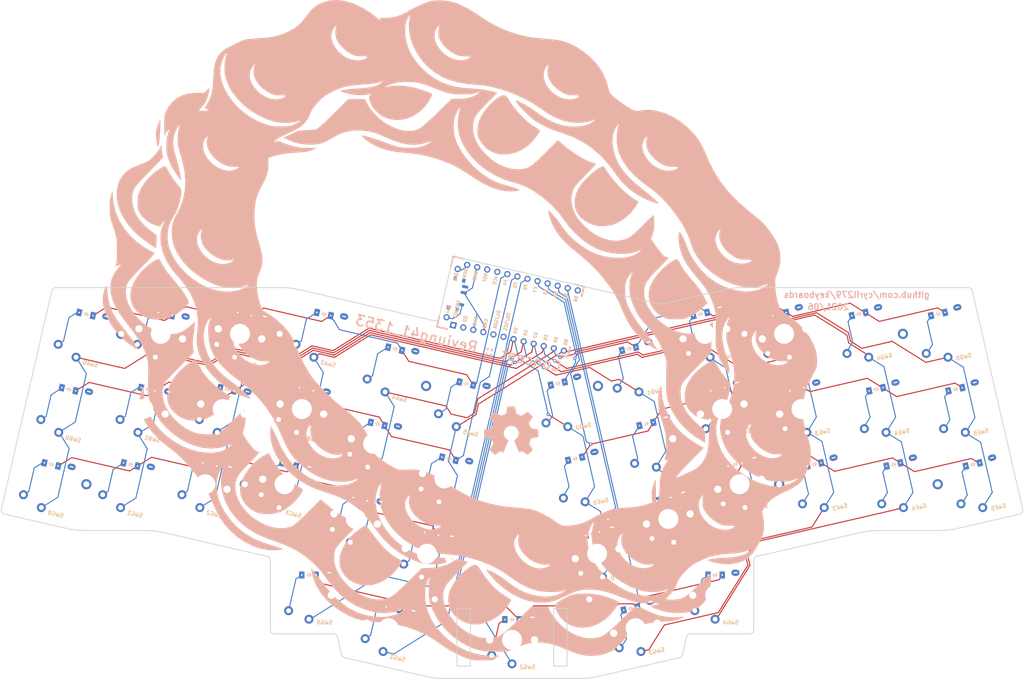
<source format=kicad_pcb>
(kicad_pcb (version 20171130) (host pcbnew 5.1.10)
  (layers (0 F.Cu signal) (31 B.Cu signal) (34 B.Paste user) (35 F.Paste user) (36 B.SilkS user) (37 F.SilkS user) (38 B.Mask user) (39 F.Mask user) (44 Edge.Cuts user))
  (net 0 "")
  (net 1 col0)
  (net 2 col1)
  (net 3 col2)
  (net 4 col3)
  (net 5 col4)
  (net 6 col5)
  (net 7 GND)
  (net 8 "Net-(D_D0-Pad2)")
  (net 9 rowD)
  (net 10 "Net-(D_D1-Pad2)")
  (net 11 "Net-(D_D2-Pad2)")
  (net 12 "Net-(D_D3-Pad2)")
  (net 13 "Net-(D_D4-Pad2)")
  (net 14 "Net-(D_D5-Pad2)")
  (net 15 "Net-(D_E0-Pad2)")
  (net 16 rowE)
  (net 17 "Net-(D_E1-Pad2)")
  (net 18 "Net-(D_E2-Pad2)")
  (net 19 "Net-(D_E3-Pad2)")
  (net 20 "Net-(D_E4-Pad2)")
  (net 21 "Net-(D_E5-Pad2)")
  (net 22 "Net-(D_F0-Pad2)")
  (net 23 rowF)
  (net 24 "Net-(D_F1-Pad2)")
  (net 25 "Net-(D_F2-Pad2)")
  (net 26 "Net-(D_F3-Pad2)")
  (net 27 "Net-(D_F4-Pad2)")
  (net 28 "Net-(D_F5-Pad2)")
  (net 29 rowG)
  (net 30 "Net-(D_G2-Pad2)")
  (net 31 "Net-(D_A0-Pad2)")
  (net 32 rowA)
  (net 33 "Net-(D_A1-Pad2)")
  (net 34 "Net-(D_A2-Pad2)")
  (net 35 "Net-(D_A3-Pad2)")
  (net 36 "Net-(D_A4-Pad2)")
  (net 37 "Net-(D_A5-Pad2)")
  (net 38 "Net-(D_B0-Pad2)")
  (net 39 rowB)
  (net 40 "Net-(D_B1-Pad2)")
  (net 41 "Net-(D_B2-Pad2)")
  (net 42 "Net-(D_B3-Pad2)")
  (net 43 "Net-(D_B4-Pad2)")
  (net 44 "Net-(D_B5-Pad2)")
  (net 45 "Net-(D_C0-Pad2)")
  (net 46 rowC)
  (net 47 "Net-(D_C1-Pad2)")
  (net 48 "Net-(D_C2-Pad2)")
  (net 49 "Net-(D_C3-Pad2)")
  (net 50 "Net-(D_C4-Pad2)")
  (net 51 "Net-(D_C5-Pad2)")
  (net 52 "Net-(D_G0-Pad2)")
  (net 53 "Net-(D_G1-Pad2)")
  (net 54 "Net-(D_G3-Pad2)")
  (net 55 "Net-(D_G4-Pad2)")
  (net 56 "Net-(SW01-Pad1)")
  (net 57 "Net-(U1-Pad24)")
  (module Symbol:OSHW-Symbol_13.4x12mm_SilkScreen (layer B.Cu) (at 145.773654 24.830174 180)
    (fp_text reference REF** hide)
    (fp_text value OSHW-Symbol_13.4x12mm_SilkScreen hide)
  )
  (module keebMCU:ProMicroNiced (layer F.Cu) (at 131.48644 -1.173118 347)
    (fp_text reference U1 hide)
    (fp_text value ProMicro hide)
    (fp_text user B- (at -2.032 -3.556 77) (layer B.SilkS) (effects (justify mirror)))
    (fp_text user B+ (at -2.032 -11.684 77) (layer B.SilkS) (effects (justify mirror)))
    (fp_text user B- (at -2.032 -3.556 77) (layer F.SilkS))
    (fp_text user B+ (at -2.032 -11.684 77) (layer F.SilkS))
    (fp_text user RST (at 5.08 -13.207999 77) (layer B.SilkS) (effects (font (size 0.8 0.8)) (justify mirror)))
    (fp_text user TX0/D3 (at 0.000001 -4.048129 77) (layer F.SilkS) (effects (font (size 0.8 0.8))))
    (fp_text user B2 (at 25.4 -13.081 77) (layer B.SilkS) (effects (font (size 0.8 0.8)) (justify mirror)))
    (fp_text user D4 (at 15.24 -2.159 77) (layer B.SilkS) (effects (font (size 0.8 0.8)) (justify mirror)))
    (fp_text user C6 (at 17.78 -2.159 77) (layer B.SilkS) (effects (font (size 0.8 0.8)) (justify mirror)))
    (fp_text user D7 (at 20.32 -2.159 77) (layer B.SilkS) (effects (font (size 0.8 0.8)) (justify mirror)))
    (fp_text user E6 (at 22.86 -2.159 77) (layer B.SilkS) (effects (font (size 0.8 0.8)) (justify mirror)))
    (fp_text user B4 (at 25.400001 -2.159 77) (layer B.SilkS) (effects (font (size 0.8 0.8)) (justify mirror)))
    (fp_text user B5 (at 27.94 -2.159 77) (layer B.SilkS) (effects (font (size 0.8 0.8)) (justify mirror)))
    (fp_text user TX0/D3 (at 0.000001 -4.048129 77) (layer B.SilkS) (effects (font (size 0.8 0.8)) (justify mirror)))
    (fp_text user B1 (at 20.32 -13.081 77) (layer F.SilkS) (effects (font (size 0.8 0.8))))
    (fp_text user D0/SCL (at 12.7 -3.81 77) (layer F.SilkS) (effects (font (size 0.8 0.8))))
    (fp_text user B5 (at 27.94 -2.159 77) (layer F.SilkS) (effects (font (size 0.8 0.8))))
    (fp_text user B4 (at 25.400001 -2.159 77) (layer F.SilkS) (effects (font (size 0.8 0.8))))
    (fp_text user E6 (at 22.86 -2.159 77) (layer F.SilkS) (effects (font (size 0.8 0.8))))
    (fp_text user D7 (at 20.32 -2.159 77) (layer F.SilkS) (effects (font (size 0.8 0.8))))
    (fp_text user C6 (at 17.78 -2.159 77) (layer F.SilkS) (effects (font (size 0.8 0.8))))
    (fp_text user B6 (at 27.94 -13.081 77) (layer F.SilkS) (effects (font (size 0.8 0.8))))
    (fp_text user F5 (at 12.700001 -13.081 77) (layer B.SilkS) (effects (font (size 0.8 0.8)) (justify mirror)))
    (fp_text user F6 (at 15.24 -13.081 77) (layer B.SilkS) (effects (font (size 0.8 0.8)) (justify mirror)))
    (fp_text user D0/SCL (at 12.7 -3.81 77) (layer B.SilkS) (effects (font (size 0.8 0.8)) (justify mirror)))
    (fp_text user D1/SDA (at 10.16 -3.81 77) (layer B.SilkS) (effects (font (size 0.8 0.8)) (justify mirror)))
    (fp_text user GND (at 7.62 -2.159 77) (layer B.SilkS) (effects (font (size 0.8 0.8)) (justify mirror)))
    (fp_text user GND (at 5.08 -2.159 77) (layer B.SilkS) (effects (font (size 0.8 0.8)) (justify mirror)))
    (fp_text user D4 (at 15.24 -2.159 77) (layer F.SilkS) (effects (font (size 0.8 0.8))))
    (fp_text user B6 (at 27.94 -13.081 77) (layer B.SilkS) (effects (font (size 0.8 0.8)) (justify mirror)))
    (fp_text user B2 (at 25.4 -13.081 77) (layer F.SilkS) (effects (font (size 0.8 0.8))))
    (fp_text user B3 (at 22.86 -13.081 77) (layer B.SilkS) (effects (font (size 0.8 0.8)) (justify mirror)))
    (fp_text user B1 (at 20.32 -13.081 77) (layer B.SilkS) (effects (font (size 0.8 0.8)) (justify mirror)))
    (fp_text user D2 (at 2.54 -2.159 77) (layer B.SilkS) (effects (font (size 0.8 0.8)) (justify mirror)))
    (fp_text user F7 (at 17.78 -13.081 77) (layer B.SilkS) (effects (font (size 0.8 0.8)) (justify mirror)))
    (fp_text user B3 (at 22.86 -13.081 77) (layer F.SilkS) (effects (font (size 0.8 0.8))))
    (fp_text user RAW (at 0 -13.081 77) (layer B.SilkS) (effects (font (size 0.8 0.8)) (justify mirror)))
    (fp_text user RAW (at 0 -13.081 77) (layer F.SilkS) (effects (font (size 0.8 0.8))))
    (fp_text user GND (at 2.54 -13.081 77) (layer F.SilkS) (effects (font (size 0.8 0.8))))
    (fp_text user RST (at 5.08 -13.207999 77) (layer F.SilkS) (effects (font (size 0.8 0.8))))
    (fp_text user VCC (at 7.62 -13.081 77) (layer F.SilkS) (effects (font (size 0.8 0.8))))
    (fp_text user F4 (at 10.16 -13.081 77) (layer F.SilkS) (effects (font (size 0.8 0.8))))
    (fp_text user D1/SDA (at 10.16 -3.81 77) (layer F.SilkS) (effects (font (size 0.8 0.8))))
    (fp_text user D2 (at 2.54 -2.159 77) (layer F.SilkS) (effects (font (size 0.8 0.8))))
    (fp_text user GND (at 5.08 -2.159 77) (layer F.SilkS) (effects (font (size 0.8 0.8))))
    (fp_text user GND (at 7.62 -2.159 77) (layer F.SilkS) (effects (font (size 0.8 0.8))))
    (fp_text user F7 (at 17.78 -13.081 77) (layer F.SilkS) (effects (font (size 0.8 0.8))))
    (fp_text user F6 (at 15.24 -13.081 77) (layer F.SilkS) (effects (font (size 0.8 0.8))))
    (fp_text user F5 (at 12.700001 -13.081 77) (layer F.SilkS) (effects (font (size 0.8 0.8))))
    (fp_text user F4 (at 10.16 -13.081 77) (layer B.SilkS) (effects (font (size 0.8 0.8)) (justify mirror)))
    (fp_text user VCC (at 7.62 -13.081 77) (layer B.SilkS) (effects (font (size 0.8 0.8)) (justify mirror)))
    (fp_text user GND (at 2.539999 -13.081 77) (layer B.SilkS) (effects (font (size 0.8 0.8)) (justify mirror)))
    (pad 0 thru_hole circle (at -2.032 -1.524 347) (size 1.524 1.524) (drill 0.889) (layers *.Cu *.Mask) (net 56 "Net-(SW01-Pad1)"))
    (pad 25 thru_hole circle (at -2.032 -13.716 347) (size 1.524 1.524) (drill 0.889) (layers *.Cu *.Mask) (net 57 "Net-(U1-Pad24)"))
    (pad 5 thru_hole circle (at 10.16 0 347) (size 1.524 1.524) (drill 0.889) (layers *.Cu *.Mask))
    (pad 11 thru_hole circle (at 25.4 0 347) (size 1.524 1.524) (drill 0.889) (layers *.Cu *.Mask) (net 5 col4))
    (pad 6 thru_hole circle (at 12.7 0 347) (size 1.524 1.524) (drill 0.889) (layers *.Cu *.Mask))
    (pad 3 thru_hole circle (at 5.08 0 347) (size 1.524 1.524) (drill 0.889) (layers *.Cu *.Mask) (net 7 GND))
    (pad 2 thru_hole circle (at 2.54 0 347) (size 1.524 1.524) (drill 0.889) (layers *.Cu *.Mask))
    (pad 4 thru_hole circle (at 7.62 0 347) (size 1.524 1.524) (drill 0.889) (layers *.Cu *.Mask) (net 7 GND))
    (pad 12 thru_hole circle (at 27.94 0 347) (size 1.524 1.524) (drill 0.889) (layers *.Cu *.Mask) (net 6 col5))
    (pad 10 thru_hole circle (at 22.86 0 347) (size 1.524 1.524) (drill 0.889) (layers *.Cu *.Mask) (net 4 col3))
    (pad 9 thru_hole circle (at 20.32 0 347) (size 1.524 1.524) (drill 0.889) (layers *.Cu *.Mask) (net 3 col2))
    (pad 7 thru_hole circle (at 15.24 0 347) (size 1.524 1.524) (drill 0.889) (layers *.Cu *.Mask) (net 1 col0))
    (pad 8 thru_hole circle (at 17.78 0 347) (size 1.524 1.524) (drill 0.889) (layers *.Cu *.Mask) (net 2 col1))
    (pad 21 thru_hole circle (at 7.62 -15.24 347) (size 1.524 1.524) (drill 0.889) (layers *.Cu *.Mask))
    (pad 18 thru_hole circle (at 15.24 -15.24 347) (size 1.524 1.524) (drill 0.889) (layers *.Cu *.Mask) (net 46 rowC))
    (pad 15 thru_hole circle (at 22.86 -15.24 347) (size 1.524 1.524) (drill 0.889) (layers *.Cu *.Mask) (net 23 rowF))
    (pad 16 thru_hole circle (at 20.32 -15.24 347) (size 1.524 1.524) (drill 0.889) (layers *.Cu *.Mask) (net 16 rowE))
    (pad 17 thru_hole circle (at 17.78 -15.24 347) (size 1.524 1.524) (drill 0.889) (layers *.Cu *.Mask) (net 9 rowD))
    (pad 13 thru_hole circle (at 27.94 -15.24 347) (size 1.524 1.524) (drill 0.889) (layers *.Cu *.Mask))
    (pad 20 thru_hole circle (at 10.16 -15.24 347) (size 1.524 1.524) (drill 0.889) (layers *.Cu *.Mask) (net 32 rowA))
    (pad 14 thru_hole circle (at 25.4 -15.24 347) (size 1.524 1.524) (drill 0.889) (layers *.Cu *.Mask) (net 29 rowG))
    (pad 19 thru_hole circle (at 12.7 -15.24 347) (size 1.524 1.524) (drill 0.889) (layers *.Cu *.Mask) (net 39 rowB))
    (pad 22 thru_hole circle (at 5.08 -15.24 347) (size 1.524 1.524) (drill 0.889) (layers *.Cu *.Mask))
    (pad 23 thru_hole circle (at 2.54 -15.24 347) (size 1.524 1.524) (drill 0.889) (layers *.Cu *.Mask) (net 7 GND))
    (pad 24 thru_hole circle (at 0 -15.24 347) (size 1.524 1.524) (drill 0.889) (layers *.Cu *.Mask) (net 57 "Net-(U1-Pad24)"))
    (pad 1 thru_hole rect (at 0 0 347) (size 1.524 1.524) (drill 0.889) (layers *.Cu *.Mask))
  )
  (module keeblib:chain_200mm (layer B.Cu) (at 133.04482 0.027896 270)
    (fp_text reference G*** hide)
    (fp_text value LOGO hide)
  )
  (module 41_1353:edgecuts_r41l2_pcb (layer F.Cu) (at 145.957285 -10.426659)
    (fp_text reference REF** hide)
    (fp_text value edgecuts_r41l2_pcb)
    (fp_line (start -42.929409 86.028383) (end -41.927666 90.367408) (layer Edge.Cuts) (width 0.2))
    (fp_line (start 60.240908 66.189783) (end 85.640772 60.325762) (layer Edge.Cuts) (width 0.2))
    (fp_line (start 59.465859 84.253334) (end 59.465859 67.164153) (layer Edge.Cuts) (width 0.2))
    (fp_line (start 43.903779 85.253334) (end 58.465859 85.253334) (layer Edge.Cuts) (width 0.2))
    (fp_line (start -58.465859 85.253334) (end -43.903779 85.253334) (layer Edge.Cuts) (width 0.2))
    (fp_line (start -59.465859 67.164153) (end -59.465859 84.253334) (layer Edge.Cuts) (width 0.2))
    (fp_line (start 52.332037 0.512598) (end 37.146773 4.018393) (layer Edge.Cuts) (width 0.2))
    (fp_line (start 36.246969 4.018393) (end -13.494882 -7.465418) (layer Edge.Cuts) (width 0.2))
    (fp_line (start 112.256245 0) (end 56.831059 0) (layer Edge.Cuts) (width 0.2))
    (fp_line (start 125.64894 54.564723) (end 113.230615 0.775048) (layer Edge.Cuts) (width 0.2))
    (fp_line (start 109.581168 59.300565) (end 124.899521 55.764044) (layer Edge.Cuts) (width 0.2))
    (fp_line (start 90.139794 59.813163) (end 105.082147 59.813163) (layer Edge.Cuts) (width 0.2))
    (fp_line (start 41.927666 90.367408) (end 42.929409 86.028383) (layer Edge.Cuts) (width 0.2))
    (fp_line (start 21.220308 95.72448) (end 41.178247 91.116827) (layer Edge.Cuts) (width 0.2))
    (fp_line (start -16.721287 96.237079) (end 16.721287 96.237079) (layer Edge.Cuts) (width 0.2))
    (fp_line (start -41.178247 91.116827) (end -21.220308 95.72448) (layer Edge.Cuts) (width 0.2))
    (fp_line (start -85.640772 60.325762) (end -60.240908 66.189783) (layer Edge.Cuts) (width 0.2))
    (fp_line (start -105.082147 59.813163) (end -90.139794 59.813163) (layer Edge.Cuts) (width 0.2))
    (fp_line (start -124.899521 55.764044) (end -109.581168 59.300565) (layer Edge.Cuts) (width 0.2))
    (fp_line (start -113.230615 0.775048) (end -125.64894 54.564723) (layer Edge.Cuts) (width 0.2))
    (fp_line (start -56.831059 0) (end -112.256245 0) (layer Edge.Cuts) (width 0.2))
    (fp_line (start -19.157564 8.171529) (end -52.332037 0.512598) (layer Edge.Cuts) (width 0.2))
    (fp_line (start -14.694203 -6.715999) (end -17.958243 7.42211) (layer Edge.Cuts) (width 0.2))
    (fp_arc (start 90.139794 79.813163) (end 90.139794 59.813163) (angle -13) (layer Edge.Cuts) (width 0.2))
    (fp_arc (start -40.953296 90.142457) (end -41.927666 90.367408) (angle -64) (layer Edge.Cuts) (width 0.2))
    (fp_arc (start -43.903779 86.253334) (end -42.929409 86.028383) (angle -77) (layer Edge.Cuts) (width 0.2))
    (fp_arc (start 60.465859 67.164153) (end 60.240908 66.189783) (angle -77) (layer Edge.Cuts) (width 0.2))
    (fp_arc (start 58.465859 84.253334) (end 58.465859 85.253334) (angle -90) (layer Edge.Cuts) (width 0.2))
    (fp_arc (start 43.903779 86.253334) (end 43.903779 85.253334) (angle -77) (layer Edge.Cuts) (width 0.2))
    (fp_arc (start -58.465859 84.253334) (end -59.465859 84.253334) (angle -90) (layer Edge.Cuts) (width 0.2))
    (fp_arc (start -60.465859 67.164153) (end -59.465859 67.164153) (angle -77) (layer Edge.Cuts) (width 0.2))
    (fp_arc (start -18.932613 7.197159) (end -19.157564 8.171529) (angle -90) (layer Edge.Cuts) (width 0.2))
    (fp_arc (start 36.696871 2.069653) (end 36.246969 4.018393) (angle -26) (layer Edge.Cuts) (width 0.2))
    (fp_arc (start 56.831059 19.999999) (end 56.831059 0) (angle -13) (layer Edge.Cuts) (width 0.2))
    (fp_arc (start 112.256245 0.999999) (end 113.230615 0.775048) (angle -77) (layer Edge.Cuts) (width 0.2))
    (fp_arc (start 124.674569 54.789674) (end 124.899521 55.764044) (angle -90) (layer Edge.Cuts) (width 0.2))
    (fp_arc (start 105.082147 39.813163) (end 105.082147 59.813163) (angle -13) (layer Edge.Cuts) (width 0.2))
    (fp_arc (start 40.953296 90.142457) (end 41.178247 91.116827) (angle -64) (layer Edge.Cuts) (width 0.2))
    (fp_arc (start 16.721287 76.237079) (end 16.721287 96.237079) (angle -13) (layer Edge.Cuts) (width 0.2))
    (fp_arc (start -16.721287 76.237079) (end -21.220308 95.72448) (angle -13) (layer Edge.Cuts) (width 0.2))
    (fp_arc (start -90.139794 79.813163) (end -85.640772 60.325762) (angle -13) (layer Edge.Cuts) (width 0.2))
    (fp_arc (start -105.082147 39.813163) (end -109.581168 59.300565) (angle -13) (layer Edge.Cuts) (width 0.2))
    (fp_arc (start -124.674569 54.789674) (end -125.64894 54.564723) (angle -90) (layer Edge.Cuts) (width 0.2))
    (fp_arc (start -112.256245 0.999999) (end -112.256245 0) (angle -77) (layer Edge.Cuts) (width 0.2))
    (fp_arc (start -56.831059 19.999999) (end -52.332037 0.512598) (angle -13) (layer Edge.Cuts) (width 0.2))
    (fp_arc (start -13.719833 -6.491048) (end -13.494882 -7.465418) (angle -90) (layer Edge.Cuts) (width 0.2))
  )
  (module keeblib:pg1353_2u (layer F.Cu) (at 145.957285 76.310419)
    (fp_text reference SwG2 (at 3.83 6.679999 180) (layer F.SilkS))
    (fp_text value SW_Push hide)
    (fp_line (start -13.5505 -7.750099) (end -13.5505 6.450701) (layer Edge.Cuts) (width 0.2))
    (fp_line (start 10.2495 6.450701) (end 13.5505 6.450701) (layer Edge.Cuts) (width 0.2))
    (fp_line (start 13.5505 6.450701) (end 13.5505 -7.750099) (layer Edge.Cuts) (width 0.2))
    (fp_line (start -10.2495 -7.750099) (end -13.5505 -7.750099) (layer Edge.Cuts) (width 0.2))
    (fp_line (start -10.2495 6.450701) (end -10.2495 -7.750099) (layer Edge.Cuts) (width 0.2))
    (fp_line (start 13.5505 -7.750099) (end 10.2495 -7.750099) (layer Edge.Cuts) (width 0.2))
    (fp_line (start -13.5505 6.450701) (end -10.2495 6.450701) (layer Edge.Cuts) (width 0.2))
    (fp_line (start 10.2495 -7.750099) (end 10.2495 6.450701) (layer Edge.Cuts) (width 0.2))
    (fp_text user %R (at 3.81 6.6802) (layer B.SilkS) (effects (justify mirror)))
    (pad "" thru_hole oval (at 5 -5.55) (size 2 1.5) (drill oval 1 0.3) (layers *.Cu *.Mask))
    (pad 1 thru_hole circle (at -5 3.8) (size 2.2 2.2) (drill 1.2) (layers *.Cu *.Mask) (net 30 "Net-(D_G2-Pad2)"))
    (pad "" np_thru_hole circle (at 0 0 90) (size 4.9 4.9) (drill 4.9) (layers *.Cu *.Mask))
    (pad "" np_thru_hole circle (at -5.5 0 90) (size 1.8 1.8) (drill 1.8) (layers *.Cu *.Mask))
    (pad "" np_thru_hole circle (at 5.5 0 90) (size 1.8 1.8) (drill 1.8) (layers *.Cu *.Mask))
    (pad 2 thru_hole circle (at 0 5.9) (size 2.2 2.2) (drill 1.2) (layers *.Cu *.Mask) (net 3 col2))
  )
  (module keeblib:pg1353 (layer F.Cu) (at 59.524864 0.966886 347)
    (fp_text reference SwA1 (at 3.83 6.68 347) (layer F.SilkS))
    (fp_text value SW_Push hide)
    (fp_text user %R (at 3.81 6.6802 167) (layer B.SilkS) (effects (justify mirror)))
    (pad "" thru_hole oval (at 5 -5.55 347) (size 2 1.5) (drill oval 1 0.3) (layers *.Cu B.Mask))
    (pad 1 thru_hole circle (at -5 3.8 347) (size 2.2 2.2) (drill 1.2) (layers *.Cu B.Mask) (net 33 "Net-(D_A1-Pad2)"))
    (pad "" np_thru_hole circle (at 0 0 77) (size 4.9 4.9) (drill 4.9) (layers *.Cu *.Mask))
    (pad "" np_thru_hole circle (at -5.5 0 77) (size 1.8 1.8) (drill 1.8) (layers *.Cu *.Mask))
    (pad "" np_thru_hole circle (at 5.5 0 77) (size 1.8 1.8) (drill 1.8) (layers *.Cu *.Mask))
    (pad 2 thru_hole circle (at 0 5.9 347) (size 2.2 2.2) (drill 1.2) (layers *.Cu B.Mask) (net 2 col1))
  )
  (module keeblib:pg1353 (layer F.Cu) (at 184.412005 46.541091 13)
    (fp_text reference SwF1 (at 3.83 6.68 193) (layer F.SilkS))
    (fp_text value SW_Push hide)
    (fp_text user %R (at 3.81 6.6802 13) (layer B.SilkS) (effects (justify mirror)))
    (pad 2 thru_hole circle (at 0 5.9 13) (size 2.2 2.2) (drill 1.2) (layers *.Cu B.Mask) (net 2 col1))
    (pad "" np_thru_hole circle (at 5.5 0 103) (size 1.8 1.8) (drill 1.8) (layers *.Cu *.Mask))
    (pad "" np_thru_hole circle (at -5.5 0 103) (size 1.8 1.8) (drill 1.8) (layers *.Cu *.Mask))
    (pad "" np_thru_hole circle (at 0 0 103) (size 4.9 4.9) (drill 4.9) (layers *.Cu *.Mask))
    (pad 1 thru_hole circle (at -5 3.8 13) (size 2.2 2.2) (drill 1.2) (layers *.Cu B.Mask) (net 24 "Net-(D_F1-Pad2)"))
    (pad "" thru_hole oval (at 5 -5.55 13) (size 2 1.5) (drill oval 1 0.3) (layers *.Cu B.Mask))
  )
  (module keeblib:D_MiniMELF_bsides (layer F.Cu) (at 157.212828 13.191318 193)
    (fp_text reference D_D0 hide)
    (fp_text value D)
    (pad 2 thru_hole rect (at 1.75 0 193) (size 1.3 1.7) (drill 0.4) (layers *.Cu *.Mask) (net 8 "Net-(D_D0-Pad2)"))
    (pad 1 thru_hole rect (at -1.75 0 193) (size 1.3 1.7) (drill 0.4) (layers *.Cu *.Mask) (net 9 rowD))
  )
  (module keeblib:pg1353 (layer F.Cu) (at 158.337582 18.063166 13)
    (fp_text reference SwD0 (at 3.83 6.68 193) (layer F.SilkS))
    (fp_text value SW_Push hide)
    (fp_text user %R (at 3.81 6.6802 13) (layer B.SilkS) (effects (justify mirror)))
    (pad 2 thru_hole circle (at 0 5.9 13) (size 2.2 2.2) (drill 1.2) (layers *.Cu B.Mask) (net 1 col0))
    (pad "" np_thru_hole circle (at 5.5 0 103) (size 1.8 1.8) (drill 1.8) (layers *.Cu *.Mask))
    (pad "" np_thru_hole circle (at -5.5 0 103) (size 1.8 1.8) (drill 1.8) (layers *.Cu *.Mask))
    (pad "" np_thru_hole circle (at 0 0 103) (size 4.9 4.9) (drill 4.9) (layers *.Cu *.Mask))
    (pad 1 thru_hole circle (at -5 3.8 13) (size 2.2 2.2) (drill 1.2) (layers *.Cu B.Mask) (net 8 "Net-(D_D0-Pad2)"))
    (pad "" thru_hole oval (at 5 -5.55 13) (size 2 1.5) (drill oval 1 0.3) (layers *.Cu B.Mask))
  )
  (module keeblib:D_MiniMELF_bsides (layer F.Cu) (at 165.760969 50.21738 193)
    (fp_text reference D_F0 hide)
    (fp_text value D)
    (pad 2 thru_hole rect (at 1.75 0 193) (size 1.3 1.7) (drill 0.4) (layers *.Cu *.Mask) (net 22 "Net-(D_F0-Pad2)"))
    (pad 1 thru_hole rect (at -1.75 0 193) (size 1.3 1.7) (drill 0.4) (layers *.Cu *.Mask) (net 23 rowF))
  )
  (module keeblib:pg1353 (layer F.Cu) (at 166.885723 55.089233 13)
    (fp_text reference SwF0 (at 3.83 6.68 193) (layer F.SilkS))
    (fp_text value SW_Push hide)
    (fp_text user %R (at 3.81 6.6802 13) (layer B.SilkS) (effects (justify mirror)))
    (pad 2 thru_hole circle (at 0 5.9 13) (size 2.2 2.2) (drill 1.2) (layers *.Cu B.Mask) (net 1 col0))
    (pad "" np_thru_hole circle (at 5.5 0 103) (size 1.8 1.8) (drill 1.8) (layers *.Cu *.Mask))
    (pad "" np_thru_hole circle (at -5.5 0 103) (size 1.8 1.8) (drill 1.8) (layers *.Cu *.Mask))
    (pad "" np_thru_hole circle (at 0 0 103) (size 4.9 4.9) (drill 4.9) (layers *.Cu *.Mask))
    (pad 1 thru_hole circle (at -5 3.8 13) (size 2.2 2.2) (drill 1.2) (layers *.Cu B.Mask) (net 22 "Net-(D_F0-Pad2)"))
    (pad "" thru_hole oval (at 5 -5.55 13) (size 2 1.5) (drill oval 1 0.3) (layers *.Cu B.Mask))
  )
  (module keeblib:pg1353 (layer F.Cu) (at 162.611654 36.5762 13)
    (fp_text reference SwE0 (at 3.83 6.68 193) (layer F.SilkS))
    (fp_text value SW_Push hide)
    (fp_text user %R (at 3.81 6.6802 13) (layer B.SilkS) (effects (justify mirror)))
    (pad 2 thru_hole circle (at 0 5.9 13) (size 2.2 2.2) (drill 1.2) (layers *.Cu B.Mask) (net 1 col0))
    (pad "" np_thru_hole circle (at 5.5 0 103) (size 1.8 1.8) (drill 1.8) (layers *.Cu *.Mask))
    (pad "" np_thru_hole circle (at -5.5 0 103) (size 1.8 1.8) (drill 1.8) (layers *.Cu *.Mask))
    (pad "" np_thru_hole circle (at 0 0 103) (size 4.9 4.9) (drill 4.9) (layers *.Cu *.Mask))
    (pad 1 thru_hole circle (at -5 3.8 13) (size 2.2 2.2) (drill 1.2) (layers *.Cu B.Mask) (net 15 "Net-(D_E0-Pad2)"))
    (pad "" thru_hole oval (at 5 -5.55 13) (size 2 1.5) (drill oval 1 0.3) (layers *.Cu B.Mask))
  )
  (module keeblib:D_MiniMELF_bsides (layer F.Cu) (at 161.486897 31.704351 193)
    (fp_text reference D_E0 hide)
    (fp_text value D)
    (pad 2 thru_hole rect (at 1.75 0 193) (size 1.3 1.7) (drill 0.4) (layers *.Cu *.Mask) (net 15 "Net-(D_E0-Pad2)"))
    (pad 1 thru_hole rect (at -1.75 0 193) (size 1.3 1.7) (drill 0.4) (layers *.Cu *.Mask) (net 16 rowE))
  )
  (module keeblib:D_MiniMELF_bsides (layer F.Cu) (at 179.013181 23.156208 193)
    (fp_text reference D_E1 hide)
    (fp_text value D)
    (pad 2 thru_hole rect (at 1.75 0 193) (size 1.3 1.7) (drill 0.4) (layers *.Cu *.Mask) (net 17 "Net-(D_E1-Pad2)"))
    (pad 1 thru_hole rect (at -1.75 0 193) (size 1.3 1.7) (drill 0.4) (layers *.Cu *.Mask) (net 16 rowE))
  )
  (module keeblib:pg1353 (layer F.Cu) (at 180.137936 28.028057 13)
    (fp_text reference SwE1 (at 3.83 6.68 193) (layer F.SilkS))
    (fp_text value SW_Push hide)
    (fp_text user %R (at 3.81 6.6802 13) (layer B.SilkS) (effects (justify mirror)))
    (pad 2 thru_hole circle (at 0 5.9 13) (size 2.2 2.2) (drill 1.2) (layers *.Cu B.Mask) (net 2 col1))
    (pad "" np_thru_hole circle (at 5.5 0 103) (size 1.8 1.8) (drill 1.8) (layers *.Cu *.Mask))
    (pad "" np_thru_hole circle (at -5.5 0 103) (size 1.8 1.8) (drill 1.8) (layers *.Cu *.Mask))
    (pad "" np_thru_hole circle (at 0 0 103) (size 4.9 4.9) (drill 4.9) (layers *.Cu *.Mask))
    (pad 1 thru_hole circle (at -5 3.8 13) (size 2.2 2.2) (drill 1.2) (layers *.Cu B.Mask) (net 17 "Net-(D_E1-Pad2)"))
    (pad "" thru_hole oval (at 5 -5.55 13) (size 2 1.5) (drill oval 1 0.3) (layers *.Cu B.Mask))
  )
  (module keeblib:D_MiniMELF_bsides (layer F.Cu) (at 174.73911 4.643179 193)
    (fp_text reference D_D1 hide)
    (fp_text value D)
    (pad 2 thru_hole rect (at 1.75 0 193) (size 1.3 1.7) (drill 0.4) (layers *.Cu *.Mask) (net 10 "Net-(D_D1-Pad2)"))
    (pad 1 thru_hole rect (at -1.75 0 193) (size 1.3 1.7) (drill 0.4) (layers *.Cu *.Mask) (net 9 rowD))
  )
  (module keeblib:pg1353 (layer F.Cu) (at 175.863865 9.51503 13)
    (fp_text reference SwD1 (at 3.83 6.68 193) (layer F.SilkS))
    (fp_text value SW_Push hide)
    (fp_text user %R (at 3.81 6.6802 13) (layer B.SilkS) (effects (justify mirror)))
    (pad 2 thru_hole circle (at 0 5.9 13) (size 2.2 2.2) (drill 1.2) (layers *.Cu B.Mask) (net 2 col1))
    (pad "" np_thru_hole circle (at 5.5 0 103) (size 1.8 1.8) (drill 1.8) (layers *.Cu *.Mask))
    (pad "" np_thru_hole circle (at -5.5 0 103) (size 1.8 1.8) (drill 1.8) (layers *.Cu *.Mask))
    (pad "" np_thru_hole circle (at 0 0 103) (size 4.9 4.9) (drill 4.9) (layers *.Cu *.Mask))
    (pad 1 thru_hole circle (at -5 3.8 13) (size 2.2 2.2) (drill 1.2) (layers *.Cu B.Mask) (net 10 "Net-(D_D1-Pad2)"))
    (pad "" thru_hole oval (at 5 -5.55 13) (size 2 1.5) (drill oval 1 0.3) (layers *.Cu B.Mask))
  )
  (module keeblib:D_MiniMELF_bsides (layer F.Cu) (at 183.287253 41.669241 193)
    (fp_text reference D_F1 hide)
    (fp_text value D)
    (pad 2 thru_hole rect (at 1.75 0 193) (size 1.3 1.7) (drill 0.4) (layers *.Cu *.Mask) (net 24 "Net-(D_F1-Pad2)"))
    (pad 1 thru_hole rect (at -1.75 0 193) (size 1.3 1.7) (drill 0.4) (layers *.Cu *.Mask) (net 23 rowF))
  )
  (module keeblib:D_MiniMELF_bsides (layer F.Cu) (at 200.813535 33.121101 193)
    (fp_text reference D_F2 hide)
    (fp_text value D)
    (pad 2 thru_hole rect (at 1.75 0 193) (size 1.3 1.7) (drill 0.4) (layers *.Cu *.Mask) (net 25 "Net-(D_F2-Pad2)"))
    (pad 1 thru_hole rect (at -1.75 0 193) (size 1.3 1.7) (drill 0.4) (layers *.Cu *.Mask) (net 23 rowF))
  )
  (module keeblib:pg1353 (layer F.Cu) (at 201.938291 37.992953 13)
    (fp_text reference SwF2 (at 3.83 6.68 193) (layer F.SilkS))
    (fp_text value SW_Push hide)
    (fp_text user %R (at 3.81 6.6802 13) (layer B.SilkS) (effects (justify mirror)))
    (pad 2 thru_hole circle (at 0 5.9 13) (size 2.2 2.2) (drill 1.2) (layers *.Cu B.Mask) (net 3 col2))
    (pad "" np_thru_hole circle (at 5.5 0 103) (size 1.8 1.8) (drill 1.8) (layers *.Cu *.Mask))
    (pad "" np_thru_hole circle (at -5.5 0 103) (size 1.8 1.8) (drill 1.8) (layers *.Cu *.Mask))
    (pad "" np_thru_hole circle (at 0 0 103) (size 4.9 4.9) (drill 4.9) (layers *.Cu *.Mask))
    (pad 1 thru_hole circle (at -5 3.8 13) (size 2.2 2.2) (drill 1.2) (layers *.Cu B.Mask) (net 25 "Net-(D_F2-Pad2)"))
    (pad "" thru_hole oval (at 5 -5.55 13) (size 2 1.5) (drill oval 1 0.3) (layers *.Cu B.Mask))
  )
  (module keeblib:D_MiniMELF_bsides (layer F.Cu) (at 196.539466 14.608067 193)
    (fp_text reference D_E2 hide)
    (fp_text value D)
    (pad 2 thru_hole rect (at 1.75 0 193) (size 1.3 1.7) (drill 0.4) (layers *.Cu *.Mask) (net 18 "Net-(D_E2-Pad2)"))
    (pad 1 thru_hole rect (at -1.75 0 193) (size 1.3 1.7) (drill 0.4) (layers *.Cu *.Mask) (net 16 rowE))
  )
  (module keeblib:pg1353 (layer F.Cu) (at 197.66422 19.47992 13)
    (fp_text reference SwE2 (at 3.83 6.68 193) (layer F.SilkS))
    (fp_text value SW_Push hide)
    (fp_text user %R (at 3.81 6.6802 13) (layer B.SilkS) (effects (justify mirror)))
    (pad 2 thru_hole circle (at 0 5.9 13) (size 2.2 2.2) (drill 1.2) (layers *.Cu B.Mask) (net 3 col2))
    (pad "" np_thru_hole circle (at 5.5 0 103) (size 1.8 1.8) (drill 1.8) (layers *.Cu *.Mask))
    (pad "" np_thru_hole circle (at -5.5 0 103) (size 1.8 1.8) (drill 1.8) (layers *.Cu *.Mask))
    (pad "" np_thru_hole circle (at 0 0 103) (size 4.9 4.9) (drill 4.9) (layers *.Cu *.Mask))
    (pad 1 thru_hole circle (at -5 3.8 13) (size 2.2 2.2) (drill 1.2) (layers *.Cu B.Mask) (net 18 "Net-(D_E2-Pad2)"))
    (pad "" thru_hole oval (at 5 -5.55 13) (size 2 1.5) (drill oval 1 0.3) (layers *.Cu B.Mask))
  )
  (module keeblib:D_MiniMELF_bsides (layer F.Cu) (at 192.265398 -3.904964 193)
    (fp_text reference D_D2 hide)
    (fp_text value D)
    (pad 2 thru_hole rect (at 1.75 0 193) (size 1.3 1.7) (drill 0.4) (layers *.Cu *.Mask) (net 11 "Net-(D_D2-Pad2)"))
    (pad 1 thru_hole rect (at -1.75 0 193) (size 1.3 1.7) (drill 0.4) (layers *.Cu *.Mask) (net 9 rowD))
  )
  (module keeblib:pg1353 (layer F.Cu) (at 193.390151 0.966892 13)
    (fp_text reference SwD2 (at 3.83 6.68 193) (layer F.SilkS))
    (fp_text value SW_Push hide)
    (fp_text user %R (at 3.81 6.6802 13) (layer B.SilkS) (effects (justify mirror)))
    (pad 2 thru_hole circle (at 0 5.9 13) (size 2.2 2.2) (drill 1.2) (layers *.Cu B.Mask) (net 3 col2))
    (pad "" np_thru_hole circle (at 5.5 0 103) (size 1.8 1.8) (drill 1.8) (layers *.Cu *.Mask))
    (pad "" np_thru_hole circle (at -5.5 0 103) (size 1.8 1.8) (drill 1.8) (layers *.Cu *.Mask))
    (pad "" np_thru_hole circle (at 0 0 103) (size 4.9 4.9) (drill 4.9) (layers *.Cu *.Mask))
    (pad 1 thru_hole circle (at -5 3.8 13) (size 2.2 2.2) (drill 1.2) (layers *.Cu B.Mask) (net 11 "Net-(D_D2-Pad2)"))
    (pad "" thru_hole oval (at 5 -5.55 13) (size 2 1.5) (drill oval 1 0.3) (layers *.Cu B.Mask))
  )
  (module keeblib:pg1353 (layer F.Cu) (at 212.88993 0.966889 13)
    (fp_text reference SwD3 (at 3.83 6.68 193) (layer F.SilkS))
    (fp_text value SW_Push hide)
    (fp_text user %R (at 3.81 6.6802 13) (layer B.SilkS) (effects (justify mirror)))
    (pad 2 thru_hole circle (at 0 5.9 13) (size 2.2 2.2) (drill 1.2) (layers *.Cu B.Mask) (net 4 col3))
    (pad "" np_thru_hole circle (at 5.5 0 103) (size 1.8 1.8) (drill 1.8) (layers *.Cu *.Mask))
    (pad "" np_thru_hole circle (at -5.5 0 103) (size 1.8 1.8) (drill 1.8) (layers *.Cu *.Mask))
    (pad "" np_thru_hole circle (at 0 0 103) (size 4.9 4.9) (drill 4.9) (layers *.Cu *.Mask))
    (pad 1 thru_hole circle (at -5 3.8 13) (size 2.2 2.2) (drill 1.2) (layers *.Cu B.Mask) (net 12 "Net-(D_D3-Pad2)"))
    (pad "" thru_hole oval (at 5 -5.55 13) (size 2 1.5) (drill oval 1 0.3) (layers *.Cu B.Mask))
  )
  (module keeblib:D_MiniMELF_bsides (layer F.Cu) (at 211.765174 -3.90496 193)
    (fp_text reference D_D3 hide)
    (fp_text value D)
    (pad 2 thru_hole rect (at 1.75 0 193) (size 1.3 1.7) (drill 0.4) (layers *.Cu *.Mask) (net 12 "Net-(D_D3-Pad2)"))
    (pad 1 thru_hole rect (at -1.75 0 193) (size 1.3 1.7) (drill 0.4) (layers *.Cu *.Mask) (net 9 rowD))
  )
  (module keeblib:D_MiniMELF_bsides (layer F.Cu) (at 220.313313 33.1211 193)
    (fp_text reference D_F3 hide)
    (fp_text value D)
    (pad 2 thru_hole rect (at 1.75 0 193) (size 1.3 1.7) (drill 0.4) (layers *.Cu *.Mask) (net 26 "Net-(D_F3-Pad2)"))
    (pad 1 thru_hole rect (at -1.75 0 193) (size 1.3 1.7) (drill 0.4) (layers *.Cu *.Mask) (net 23 rowF))
  )
  (module keeblib:pg1353 (layer F.Cu) (at 221.43807 37.992951 13)
    (fp_text reference SwF3 (at 3.83 6.68 193) (layer F.SilkS))
    (fp_text value SW_Push hide)
    (fp_text user %R (at 3.81 6.6802 13) (layer B.SilkS) (effects (justify mirror)))
    (pad 2 thru_hole circle (at 0 5.9 13) (size 2.2 2.2) (drill 1.2) (layers *.Cu B.Mask) (net 4 col3))
    (pad "" np_thru_hole circle (at 5.5 0 103) (size 1.8 1.8) (drill 1.8) (layers *.Cu *.Mask))
    (pad "" np_thru_hole circle (at -5.5 0 103) (size 1.8 1.8) (drill 1.8) (layers *.Cu *.Mask))
    (pad "" np_thru_hole circle (at 0 0 103) (size 4.9 4.9) (drill 4.9) (layers *.Cu *.Mask))
    (pad 1 thru_hole circle (at -5 3.8 13) (size 2.2 2.2) (drill 1.2) (layers *.Cu B.Mask) (net 26 "Net-(D_F3-Pad2)"))
    (pad "" thru_hole oval (at 5 -5.55 13) (size 2 1.5) (drill oval 1 0.3) (layers *.Cu B.Mask))
  )
  (module keeblib:D_MiniMELF_bsides (layer F.Cu) (at 216.039244 14.608071 193)
    (fp_text reference D_E3 hide)
    (fp_text value D)
    (pad 2 thru_hole rect (at 1.75 0 193) (size 1.3 1.7) (drill 0.4) (layers *.Cu *.Mask) (net 19 "Net-(D_E3-Pad2)"))
    (pad 1 thru_hole rect (at -1.75 0 193) (size 1.3 1.7) (drill 0.4) (layers *.Cu *.Mask) (net 16 rowE))
  )
  (module keeblib:pg1353 (layer F.Cu) (at 217.163999 19.47992 13)
    (fp_text reference SwE3 (at 3.83 6.68 193) (layer F.SilkS))
    (fp_text value SW_Push hide)
    (fp_text user %R (at 3.81 6.6802 13) (layer B.SilkS) (effects (justify mirror)))
    (pad 2 thru_hole circle (at 0 5.9 13) (size 2.2 2.2) (drill 1.2) (layers *.Cu B.Mask) (net 4 col3))
    (pad "" np_thru_hole circle (at 5.5 0 103) (size 1.8 1.8) (drill 1.8) (layers *.Cu *.Mask))
    (pad "" np_thru_hole circle (at -5.5 0 103) (size 1.8 1.8) (drill 1.8) (layers *.Cu *.Mask))
    (pad "" np_thru_hole circle (at 0 0 103) (size 4.9 4.9) (drill 4.9) (layers *.Cu *.Mask))
    (pad 1 thru_hole circle (at -5 3.8 13) (size 2.2 2.2) (drill 1.2) (layers *.Cu B.Mask) (net 19 "Net-(D_E3-Pad2)"))
    (pad "" thru_hole oval (at 5 -5.55 13) (size 2 1.5) (drill oval 1 0.3) (layers *.Cu B.Mask))
  )
  (module keeblib:D_MiniMELF_bsides (layer F.Cu) (at 255.038799 14.608069 193)
    (fp_text reference D_E5 hide)
    (fp_text value D)
    (pad 2 thru_hole rect (at 1.75 0 193) (size 1.3 1.7) (drill 0.4) (layers *.Cu *.Mask) (net 21 "Net-(D_E5-Pad2)"))
    (pad 1 thru_hole rect (at -1.75 0 193) (size 1.3 1.7) (drill 0.4) (layers *.Cu *.Mask) (net 16 rowE))
  )
  (module keeblib:pg1353 (layer F.Cu) (at 256.163556 19.479917 13)
    (fp_text reference SwE5 (at 3.83 6.68 193) (layer F.SilkS))
    (fp_text value SW_Push hide)
    (fp_text user %R (at 3.81 6.6802 13) (layer B.SilkS) (effects (justify mirror)))
    (pad 2 thru_hole circle (at 0 5.9 13) (size 2.2 2.2) (drill 1.2) (layers *.Cu B.Mask) (net 6 col5))
    (pad "" np_thru_hole circle (at 5.5 0 103) (size 1.8 1.8) (drill 1.8) (layers *.Cu *.Mask))
    (pad "" np_thru_hole circle (at -5.5 0 103) (size 1.8 1.8) (drill 1.8) (layers *.Cu *.Mask))
    (pad "" np_thru_hole circle (at 0 0 103) (size 4.9 4.9) (drill 4.9) (layers *.Cu *.Mask))
    (pad 1 thru_hole circle (at -5 3.8 13) (size 2.2 2.2) (drill 1.2) (layers *.Cu B.Mask) (net 21 "Net-(D_E5-Pad2)"))
    (pad "" thru_hole oval (at 5 -5.55 13) (size 2 1.5) (drill oval 1 0.3) (layers *.Cu B.Mask))
  )
  (module keeblib:D_MiniMELF_bsides (layer F.Cu) (at 250.76473 -3.904961 193)
    (fp_text reference D_D5 hide)
    (fp_text value D)
    (pad 2 thru_hole rect (at 1.75 0 193) (size 1.3 1.7) (drill 0.4) (layers *.Cu *.Mask) (net 14 "Net-(D_D5-Pad2)"))
    (pad 1 thru_hole rect (at -1.75 0 193) (size 1.3 1.7) (drill 0.4) (layers *.Cu *.Mask) (net 9 rowD))
  )
  (module keeblib:pg1353 (layer F.Cu) (at 251.889485 0.96689 13)
    (fp_text reference SwD5 (at 3.83 6.68 193) (layer F.SilkS))
    (fp_text value SW_Push hide)
    (fp_text user %R (at 3.81 6.6802 13) (layer B.SilkS) (effects (justify mirror)))
    (pad 2 thru_hole circle (at 0 5.9 13) (size 2.2 2.2) (drill 1.2) (layers *.Cu B.Mask) (net 6 col5))
    (pad "" np_thru_hole circle (at 5.5 0 103) (size 1.8 1.8) (drill 1.8) (layers *.Cu *.Mask))
    (pad "" np_thru_hole circle (at -5.5 0 103) (size 1.8 1.8) (drill 1.8) (layers *.Cu *.Mask))
    (pad "" np_thru_hole circle (at 0 0 103) (size 4.9 4.9) (drill 4.9) (layers *.Cu *.Mask))
    (pad 1 thru_hole circle (at -5 3.8 13) (size 2.2 2.2) (drill 1.2) (layers *.Cu B.Mask) (net 14 "Net-(D_D5-Pad2)"))
    (pad "" thru_hole oval (at 5 -5.55 13) (size 2 1.5) (drill oval 1 0.3) (layers *.Cu B.Mask))
  )
  (module keeblib:D_MiniMELF_bsides (layer F.Cu) (at 235.539021 14.608067 193)
    (fp_text reference D_E4 hide)
    (fp_text value D)
    (pad 2 thru_hole rect (at 1.75 0 193) (size 1.3 1.7) (drill 0.4) (layers *.Cu *.Mask) (net 20 "Net-(D_E4-Pad2)"))
    (pad 1 thru_hole rect (at -1.75 0 193) (size 1.3 1.7) (drill 0.4) (layers *.Cu *.Mask) (net 16 rowE))
  )
  (module keeblib:pg1353 (layer F.Cu) (at 236.663778 19.479921 13)
    (fp_text reference SwE4 (at 3.83 6.68 193) (layer F.SilkS))
    (fp_text value SW_Push hide)
    (fp_text user %R (at 3.81 6.6802 13) (layer B.SilkS) (effects (justify mirror)))
    (pad 2 thru_hole circle (at 0 5.9 13) (size 2.2 2.2) (drill 1.2) (layers *.Cu B.Mask) (net 5 col4))
    (pad "" np_thru_hole circle (at 5.5 0 103) (size 1.8 1.8) (drill 1.8) (layers *.Cu *.Mask))
    (pad "" np_thru_hole circle (at -5.5 0 103) (size 1.8 1.8) (drill 1.8) (layers *.Cu *.Mask))
    (pad "" np_thru_hole circle (at 0 0 103) (size 4.9 4.9) (drill 4.9) (layers *.Cu *.Mask))
    (pad 1 thru_hole circle (at -5 3.8 13) (size 2.2 2.2) (drill 1.2) (layers *.Cu B.Mask) (net 20 "Net-(D_E4-Pad2)"))
    (pad "" thru_hole oval (at 5 -5.55 13) (size 2 1.5) (drill oval 1 0.3) (layers *.Cu B.Mask))
  )
  (module keeblib:D_MiniMELF_bsides (layer F.Cu) (at 239.813092 33.1211 193)
    (fp_text reference D_F4 hide)
    (fp_text value D)
    (pad 2 thru_hole rect (at 1.75 0 193) (size 1.3 1.7) (drill 0.4) (layers *.Cu *.Mask) (net 27 "Net-(D_F4-Pad2)"))
    (pad 1 thru_hole rect (at -1.75 0 193) (size 1.3 1.7) (drill 0.4) (layers *.Cu *.Mask) (net 23 rowF))
  )
  (module keeblib:pg1353 (layer F.Cu) (at 240.937848 37.992953 13)
    (fp_text reference SwF4 (at 3.83 6.68 193) (layer F.SilkS))
    (fp_text value SW_Push hide)
    (fp_text user %R (at 3.81 6.6802 13) (layer B.SilkS) (effects (justify mirror)))
    (pad 2 thru_hole circle (at 0 5.9 13) (size 2.2 2.2) (drill 1.2) (layers *.Cu B.Mask) (net 5 col4))
    (pad "" np_thru_hole circle (at 5.5 0 103) (size 1.8 1.8) (drill 1.8) (layers *.Cu *.Mask))
    (pad "" np_thru_hole circle (at -5.5 0 103) (size 1.8 1.8) (drill 1.8) (layers *.Cu *.Mask))
    (pad "" np_thru_hole circle (at 0 0 103) (size 4.9 4.9) (drill 4.9) (layers *.Cu *.Mask))
    (pad 1 thru_hole circle (at -5 3.8 13) (size 2.2 2.2) (drill 1.2) (layers *.Cu B.Mask) (net 27 "Net-(D_F4-Pad2)"))
    (pad "" thru_hole oval (at 5 -5.55 13) (size 2 1.5) (drill oval 1 0.3) (layers *.Cu B.Mask))
  )
  (module keeblib:D_MiniMELF_bsides (layer F.Cu) (at 231.264954 -3.904962 193)
    (fp_text reference D_D4 hide)
    (fp_text value D)
    (pad 2 thru_hole rect (at 1.75 0 193) (size 1.3 1.7) (drill 0.4) (layers *.Cu *.Mask) (net 13 "Net-(D_D4-Pad2)"))
    (pad 1 thru_hole rect (at -1.75 0 193) (size 1.3 1.7) (drill 0.4) (layers *.Cu *.Mask) (net 9 rowD))
  )
  (module keeblib:pg1353 (layer F.Cu) (at 232.389707 0.966887 13)
    (fp_text reference SwD4 (at 3.83 6.68 193) (layer F.SilkS))
    (fp_text value SW_Push hide)
    (fp_text user %R (at 3.81 6.6802 13) (layer B.SilkS) (effects (justify mirror)))
    (pad 2 thru_hole circle (at 0 5.9 13) (size 2.2 2.2) (drill 1.2) (layers *.Cu B.Mask) (net 5 col4))
    (pad "" np_thru_hole circle (at 5.5 0 103) (size 1.8 1.8) (drill 1.8) (layers *.Cu *.Mask))
    (pad "" np_thru_hole circle (at -5.5 0 103) (size 1.8 1.8) (drill 1.8) (layers *.Cu *.Mask))
    (pad "" np_thru_hole circle (at 0 0 103) (size 4.9 4.9) (drill 4.9) (layers *.Cu *.Mask))
    (pad 1 thru_hole circle (at -5 3.8 13) (size 2.2 2.2) (drill 1.2) (layers *.Cu B.Mask) (net 13 "Net-(D_D4-Pad2)"))
    (pad "" thru_hole oval (at 5 -5.55 13) (size 2 1.5) (drill oval 1 0.3) (layers *.Cu B.Mask))
  )
  (module keeblib:D_MiniMELF_bsides (layer F.Cu) (at 259.31287 33.121101 193)
    (fp_text reference D_F5 hide)
    (fp_text value D)
    (pad 2 thru_hole rect (at 1.75 0 193) (size 1.3 1.7) (drill 0.4) (layers *.Cu *.Mask) (net 28 "Net-(D_F5-Pad2)"))
    (pad 1 thru_hole rect (at -1.75 0 193) (size 1.3 1.7) (drill 0.4) (layers *.Cu *.Mask) (net 23 rowF))
  )
  (module keeblib:pg1353 (layer F.Cu) (at 260.437625 37.992955 13)
    (fp_text reference SwF5 (at 3.83 6.68 193) (layer F.SilkS))
    (fp_text value SW_Push hide)
    (fp_text user %R (at 3.81 6.6802 13) (layer B.SilkS) (effects (justify mirror)))
    (pad 2 thru_hole circle (at 0 5.9 13) (size 2.2 2.2) (drill 1.2) (layers *.Cu B.Mask) (net 6 col5))
    (pad "" np_thru_hole circle (at 5.5 0 103) (size 1.8 1.8) (drill 1.8) (layers *.Cu *.Mask))
    (pad "" np_thru_hole circle (at -5.5 0 103) (size 1.8 1.8) (drill 1.8) (layers *.Cu *.Mask))
    (pad "" np_thru_hole circle (at 0 0 103) (size 4.9 4.9) (drill 4.9) (layers *.Cu *.Mask))
    (pad 1 thru_hole circle (at -5 3.8 13) (size 2.2 2.2) (drill 1.2) (layers *.Cu B.Mask) (net 28 "Net-(D_F5-Pad2)"))
    (pad "" thru_hole oval (at 5 -5.55 13) (size 2 1.5) (drill oval 1 0.3) (layers *.Cu B.Mask))
  )
  (module 41_1353:layout_r41l2 (layer F.Cu) (at 145.957285 -10.426659)
    (fp_text reference REF** hide)
    (fp_text value layout_r41l2)
    (pad "" thru_hole circle (at 96.182311 11.39355) (size 2.5 2.5) (drill 1.5) (layers *.Cu *.Mask))
    (pad "" thru_hole circle (at 104.730451 48.419613) (size 2.5 2.5) (drill 1.5) (layers *.Cu *.Mask))
    (pad "" thru_hole circle (at 65.730895 48.419613) (size 2.5 2.5) (drill 1.5) (layers *.Cu *.Mask))
    (pad "" thru_hole circle (at 57.182755 11.39355) (size 2.5 2.5) (drill 1.5) (layers *.Cu *.Mask))
    (pad "" thru_hole circle (at 21.143439 24.21576) (size 2.5 2.5) (drill 1.5) (layers *.Cu *.Mask))
    (pad "" thru_hole circle (at 18.999999 76.737301) (size 2.5 2.5) (drill 1.5) (layers *.Cu *.Mask))
    (pad "" thru_hole circle (at -19 76.737301) (size 2.5 2.5) (drill 1.5) (layers *.Cu *.Mask))
    (pad "" thru_hole circle (at -21.143439 24.21576) (size 2.5 2.5) (drill 1.5) (layers *.Cu *.Mask))
    (pad "" thru_hole circle (at -57.182755 11.39355) (size 2.5 2.5) (drill 1.5) (layers *.Cu *.Mask))
    (pad "" thru_hole circle (at -65.730895 48.419613) (size 2.5 2.5) (drill 1.5) (layers *.Cu *.Mask))
    (pad "" thru_hole circle (at -104.730451 48.419613) (size 2.5 2.5) (drill 1.5) (layers *.Cu *.Mask))
    (pad "" thru_hole circle (at -96.182311 11.39355) (size 2.5 2.5) (drill 1.5) (layers *.Cu *.Mask))
  )
  (module keeblib:pg1353 (layer F.Cu) (at 195.923139 65.326673)
    (fp_text reference SwG4 (at 3.83 6.68 180) (layer F.SilkS))
    (fp_text value SW_Push hide)
    (fp_text user %R (at 3.81 6.6802) (layer B.SilkS) (effects (justify mirror)))
    (pad "" thru_hole oval (at 5 -5.55) (size 2 1.5) (drill oval 1 0.3) (layers *.Cu B.Mask))
    (pad 1 thru_hole circle (at -5 3.8) (size 2.2 2.2) (drill 1.2) (layers *.Cu B.Mask) (net 55 "Net-(D_G4-Pad2)"))
    (pad "" np_thru_hole circle (at 0 0 90) (size 4.9 4.9) (drill 4.9) (layers *.Cu *.Mask))
    (pad "" np_thru_hole circle (at -5.5 0 90) (size 1.8 1.8) (drill 1.8) (layers *.Cu *.Mask))
    (pad "" np_thru_hole circle (at 5.5 0 90) (size 1.8 1.8) (drill 1.8) (layers *.Cu *.Mask))
    (pad 2 thru_hole circle (at 0 5.9) (size 2.2 2.2) (drill 1.2) (layers *.Cu B.Mask) (net 5 col4))
  )
  (module keeblib:pg1353 (layer F.Cu) (at 176.350835 73.430118 13)
    (fp_text reference SwG3 (at 3.83 6.68 193) (layer F.SilkS))
    (fp_text value SW_Push hide)
    (fp_text user %R (at 3.81 6.6802 13) (layer B.SilkS) (effects (justify mirror)))
    (pad "" thru_hole oval (at 5 -5.55 13) (size 2 1.5) (drill oval 1 0.3) (layers *.Cu B.Mask))
    (pad 1 thru_hole circle (at -5 3.8 13) (size 2.2 2.2) (drill 1.2) (layers *.Cu B.Mask) (net 54 "Net-(D_G3-Pad2)"))
    (pad "" np_thru_hole circle (at 0 0 103) (size 4.9 4.9) (drill 4.9) (layers *.Cu *.Mask))
    (pad "" np_thru_hole circle (at -5.5 0 103) (size 1.8 1.8) (drill 1.8) (layers *.Cu *.Mask))
    (pad "" np_thru_hole circle (at 5.5 0 103) (size 1.8 1.8) (drill 1.8) (layers *.Cu *.Mask))
    (pad 2 thru_hole circle (at 0 5.9 13) (size 2.2 2.2) (drill 1.2) (layers *.Cu B.Mask) (net 4 col3))
  )
  (module keeblib:pg1353 (layer F.Cu) (at 115.563736 73.43012 347)
    (fp_text reference SwG1 (at 3.83 6.68 347) (layer F.SilkS))
    (fp_text value SW_Push hide)
    (fp_text user %R (at 3.81 6.6802 167) (layer B.SilkS) (effects (justify mirror)))
    (pad "" thru_hole oval (at 5 -5.55 347) (size 2 1.5) (drill oval 1 0.3) (layers *.Cu B.Mask))
    (pad 1 thru_hole circle (at -5 3.8 347) (size 2.2 2.2) (drill 1.2) (layers *.Cu B.Mask) (net 53 "Net-(D_G1-Pad2)"))
    (pad "" np_thru_hole circle (at 0 0 77) (size 4.9 4.9) (drill 4.9) (layers *.Cu *.Mask))
    (pad "" np_thru_hole circle (at -5.5 0 77) (size 1.8 1.8) (drill 1.8) (layers *.Cu *.Mask))
    (pad "" np_thru_hole circle (at 5.5 0 77) (size 1.8 1.8) (drill 1.8) (layers *.Cu *.Mask))
    (pad 2 thru_hole circle (at 0 5.9 347) (size 2.2 2.2) (drill 1.2) (layers *.Cu B.Mask) (net 2 col1))
  )
  (module keeblib:pg1353 (layer F.Cu) (at 95.991426 65.326672)
    (fp_text reference SwG0 (at 3.83 6.68 180) (layer F.SilkS))
    (fp_text value SW_Push hide)
    (fp_text user %R (at 3.81 6.6802) (layer B.SilkS) (effects (justify mirror)))
    (pad "" thru_hole oval (at 5 -5.55) (size 2 1.5) (drill oval 1 0.3) (layers *.Cu B.Mask))
    (pad 1 thru_hole circle (at -5 3.8) (size 2.2 2.2) (drill 1.2) (layers *.Cu B.Mask) (net 52 "Net-(D_G0-Pad2)"))
    (pad "" np_thru_hole circle (at 0 0 90) (size 4.9 4.9) (drill 4.9) (layers *.Cu *.Mask))
    (pad "" np_thru_hole circle (at -5.5 0 90) (size 1.8 1.8) (drill 1.8) (layers *.Cu *.Mask))
    (pad "" np_thru_hole circle (at 5.5 0 90) (size 1.8 1.8) (drill 1.8) (layers *.Cu *.Mask))
    (pad 2 thru_hole circle (at 0 5.9) (size 2.2 2.2) (drill 1.2) (layers *.Cu B.Mask) (net 1 col0))
  )
  (module keeblib:pg1353 (layer F.Cu) (at 125.028845 55.089228 347)
    (fp_text reference SwC5 (at 3.83 6.68 347) (layer F.SilkS))
    (fp_text value SW_Push hide)
    (fp_text user %R (at 3.81 6.6802 167) (layer B.SilkS) (effects (justify mirror)))
    (pad "" thru_hole oval (at 5 -5.55 347) (size 2 1.5) (drill oval 1 0.3) (layers *.Cu B.Mask))
    (pad 1 thru_hole circle (at -5 3.8 347) (size 2.2 2.2) (drill 1.2) (layers *.Cu B.Mask) (net 51 "Net-(D_C5-Pad2)"))
    (pad "" np_thru_hole circle (at 0 0 77) (size 4.9 4.9) (drill 4.9) (layers *.Cu *.Mask))
    (pad "" np_thru_hole circle (at -5.5 0 77) (size 1.8 1.8) (drill 1.8) (layers *.Cu *.Mask))
    (pad "" np_thru_hole circle (at 5.5 0 77) (size 1.8 1.8) (drill 1.8) (layers *.Cu *.Mask))
    (pad 2 thru_hole circle (at 0 5.9 347) (size 2.2 2.2) (drill 1.2) (layers *.Cu B.Mask) (net 6 col5))
  )
  (module keeblib:pg1353 (layer F.Cu) (at 107.502564 46.541093 347)
    (fp_text reference SwC4 (at 3.83 6.68 347) (layer F.SilkS))
    (fp_text value SW_Push hide)
    (fp_text user %R (at 3.81 6.6802 167) (layer B.SilkS) (effects (justify mirror)))
    (pad "" thru_hole oval (at 5 -5.55 347) (size 2 1.5) (drill oval 1 0.3) (layers *.Cu B.Mask))
    (pad 1 thru_hole circle (at -5 3.8 347) (size 2.2 2.2) (drill 1.2) (layers *.Cu B.Mask) (net 50 "Net-(D_C4-Pad2)"))
    (pad "" np_thru_hole circle (at 0 0 77) (size 4.9 4.9) (drill 4.9) (layers *.Cu *.Mask))
    (pad "" np_thru_hole circle (at -5.5 0 77) (size 1.8 1.8) (drill 1.8) (layers *.Cu *.Mask))
    (pad "" np_thru_hole circle (at 5.5 0 77) (size 1.8 1.8) (drill 1.8) (layers *.Cu *.Mask))
    (pad 2 thru_hole circle (at 0 5.9 347) (size 2.2 2.2) (drill 1.2) (layers *.Cu B.Mask) (net 5 col4))
  )
  (module keeblib:pg1353 (layer F.Cu) (at 89.976278 37.992952 347)
    (fp_text reference SwC3 (at 3.83 6.68 347) (layer F.SilkS))
    (fp_text value SW_Push hide)
    (fp_text user %R (at 3.81 6.6802 167) (layer B.SilkS) (effects (justify mirror)))
    (pad "" thru_hole oval (at 5 -5.55 347) (size 2 1.5) (drill oval 1 0.3) (layers *.Cu B.Mask))
    (pad 1 thru_hole circle (at -5 3.8 347) (size 2.2 2.2) (drill 1.2) (layers *.Cu B.Mask) (net 49 "Net-(D_C3-Pad2)"))
    (pad "" np_thru_hole circle (at 0 0 77) (size 4.9 4.9) (drill 4.9) (layers *.Cu *.Mask))
    (pad "" np_thru_hole circle (at -5.5 0 77) (size 1.8 1.8) (drill 1.8) (layers *.Cu *.Mask))
    (pad "" np_thru_hole circle (at 5.5 0 77) (size 1.8 1.8) (drill 1.8) (layers *.Cu *.Mask))
    (pad 2 thru_hole circle (at 0 5.9 347) (size 2.2 2.2) (drill 1.2) (layers *.Cu B.Mask) (net 4 col3))
  )
  (module keeblib:pg1353 (layer F.Cu) (at 70.476498 37.99295 347)
    (fp_text reference SwC2 (at 3.83 6.68 347) (layer F.SilkS))
    (fp_text value SW_Push hide)
    (fp_text user %R (at 3.81 6.6802 167) (layer B.SilkS) (effects (justify mirror)))
    (pad "" thru_hole oval (at 5 -5.55 347) (size 2 1.5) (drill oval 1 0.3) (layers *.Cu B.Mask))
    (pad 1 thru_hole circle (at -5 3.8 347) (size 2.2 2.2) (drill 1.2) (layers *.Cu B.Mask) (net 48 "Net-(D_C2-Pad2)"))
    (pad "" np_thru_hole circle (at 0 0 77) (size 4.9 4.9) (drill 4.9) (layers *.Cu *.Mask))
    (pad "" np_thru_hole circle (at -5.5 0 77) (size 1.8 1.8) (drill 1.8) (layers *.Cu *.Mask))
    (pad "" np_thru_hole circle (at 5.5 0 77) (size 1.8 1.8) (drill 1.8) (layers *.Cu *.Mask))
    (pad 2 thru_hole circle (at 0 5.9 347) (size 2.2 2.2) (drill 1.2) (layers *.Cu B.Mask) (net 3 col2))
  )
  (module keeblib:pg1353 (layer F.Cu) (at 50.976721 37.992948 347)
    (fp_text reference SwC1 (at 3.83 6.68 347) (layer F.SilkS))
    (fp_text value SW_Push hide)
    (fp_text user %R (at 3.81 6.6802 167) (layer B.SilkS) (effects (justify mirror)))
    (pad "" thru_hole oval (at 5 -5.55 347) (size 2 1.5) (drill oval 1 0.3) (layers *.Cu B.Mask))
    (pad 1 thru_hole circle (at -5 3.8 347) (size 2.2 2.2) (drill 1.2) (layers *.Cu B.Mask) (net 47 "Net-(D_C1-Pad2)"))
    (pad "" np_thru_hole circle (at 0 0 77) (size 4.9 4.9) (drill 4.9) (layers *.Cu *.Mask))
    (pad "" np_thru_hole circle (at -5.5 0 77) (size 1.8 1.8) (drill 1.8) (layers *.Cu *.Mask))
    (pad "" np_thru_hole circle (at 5.5 0 77) (size 1.8 1.8) (drill 1.8) (layers *.Cu *.Mask))
    (pad 2 thru_hole circle (at 0 5.9 347) (size 2.2 2.2) (drill 1.2) (layers *.Cu B.Mask) (net 2 col1))
  )
  (module keeblib:pg1353 (layer F.Cu) (at 31.476941 37.992948 347)
    (fp_text reference SwC0 (at 3.83 6.68 347) (layer F.SilkS))
    (fp_text value SW_Push hide)
    (fp_text user %R (at 3.81 6.6802 167) (layer B.SilkS) (effects (justify mirror)))
    (pad "" thru_hole oval (at 5 -5.55 347) (size 2 1.5) (drill oval 1 0.3) (layers *.Cu B.Mask))
    (pad 1 thru_hole circle (at -5 3.8 347) (size 2.2 2.2) (drill 1.2) (layers *.Cu B.Mask) (net 45 "Net-(D_C0-Pad2)"))
    (pad "" np_thru_hole circle (at 0 0 77) (size 4.9 4.9) (drill 4.9) (layers *.Cu *.Mask))
    (pad "" np_thru_hole circle (at -5.5 0 77) (size 1.8 1.8) (drill 1.8) (layers *.Cu *.Mask))
    (pad "" np_thru_hole circle (at 5.5 0 77) (size 1.8 1.8) (drill 1.8) (layers *.Cu *.Mask))
    (pad 2 thru_hole circle (at 0 5.9 347) (size 2.2 2.2) (drill 1.2) (layers *.Cu B.Mask) (net 1 col0))
  )
  (module keeblib:pg1353 (layer F.Cu) (at 129.302915 36.576199 347)
    (fp_text reference SwB5 (at 3.83 6.68 347) (layer F.SilkS))
    (fp_text value SW_Push hide)
    (fp_text user %R (at 3.81 6.6802 167) (layer B.SilkS) (effects (justify mirror)))
    (pad "" thru_hole oval (at 5 -5.55 347) (size 2 1.5) (drill oval 1 0.3) (layers *.Cu B.Mask))
    (pad 1 thru_hole circle (at -5 3.8 347) (size 2.2 2.2) (drill 1.2) (layers *.Cu B.Mask) (net 44 "Net-(D_B5-Pad2)"))
    (pad "" np_thru_hole circle (at 0 0 77) (size 4.9 4.9) (drill 4.9) (layers *.Cu *.Mask))
    (pad "" np_thru_hole circle (at -5.5 0 77) (size 1.8 1.8) (drill 1.8) (layers *.Cu *.Mask))
    (pad "" np_thru_hole circle (at 5.5 0 77) (size 1.8 1.8) (drill 1.8) (layers *.Cu *.Mask))
    (pad 2 thru_hole circle (at 0 5.9 347) (size 2.2 2.2) (drill 1.2) (layers *.Cu B.Mask) (net 6 col5))
  )
  (module keeblib:pg1353 (layer F.Cu) (at 111.776633 28.028057 347)
    (fp_text reference SwB4 (at 3.83 6.68 347) (layer F.SilkS))
    (fp_text value SW_Push hide)
    (fp_text user %R (at 3.81 6.6802 167) (layer B.SilkS) (effects (justify mirror)))
    (pad "" thru_hole oval (at 5 -5.55 347) (size 2 1.5) (drill oval 1 0.3) (layers *.Cu B.Mask))
    (pad 1 thru_hole circle (at -5 3.8 347) (size 2.2 2.2) (drill 1.2) (layers *.Cu B.Mask) (net 43 "Net-(D_B4-Pad2)"))
    (pad "" np_thru_hole circle (at 0 0 77) (size 4.9 4.9) (drill 4.9) (layers *.Cu *.Mask))
    (pad "" np_thru_hole circle (at -5.5 0 77) (size 1.8 1.8) (drill 1.8) (layers *.Cu *.Mask))
    (pad "" np_thru_hole circle (at 5.5 0 77) (size 1.8 1.8) (drill 1.8) (layers *.Cu *.Mask))
    (pad 2 thru_hole circle (at 0 5.9 347) (size 2.2 2.2) (drill 1.2) (layers *.Cu B.Mask) (net 5 col4))
  )
  (module keeblib:pg1353 (layer F.Cu) (at 94.250349 19.479921 347)
    (fp_text reference SwB3 (at 3.83 6.68 347) (layer F.SilkS))
    (fp_text value SW_Push hide)
    (fp_text user %R (at 3.81 6.6802 167) (layer B.SilkS) (effects (justify mirror)))
    (pad "" thru_hole oval (at 5 -5.55 347) (size 2 1.5) (drill oval 1 0.3) (layers *.Cu B.Mask))
    (pad 1 thru_hole circle (at -5 3.8 347) (size 2.2 2.2) (drill 1.2) (layers *.Cu B.Mask) (net 42 "Net-(D_B3-Pad2)"))
    (pad "" np_thru_hole circle (at 0 0 77) (size 4.9 4.9) (drill 4.9) (layers *.Cu *.Mask))
    (pad "" np_thru_hole circle (at -5.5 0 77) (size 1.8 1.8) (drill 1.8) (layers *.Cu *.Mask))
    (pad "" np_thru_hole circle (at 5.5 0 77) (size 1.8 1.8) (drill 1.8) (layers *.Cu *.Mask))
    (pad 2 thru_hole circle (at 0 5.9 347) (size 2.2 2.2) (drill 1.2) (layers *.Cu B.Mask) (net 4 col3))
  )
  (module keeblib:pg1353 (layer F.Cu) (at 74.750567 19.479919 347)
    (fp_text reference SwB2 (at 3.83 6.68 347) (layer F.SilkS))
    (fp_text value SW_Push hide)
    (fp_text user %R (at 3.81 6.6802 167) (layer B.SilkS) (effects (justify mirror)))
    (pad "" thru_hole oval (at 5 -5.55 347) (size 2 1.5) (drill oval 1 0.3) (layers *.Cu B.Mask))
    (pad 1 thru_hole circle (at -5 3.8 347) (size 2.2 2.2) (drill 1.2) (layers *.Cu B.Mask) (net 41 "Net-(D_B2-Pad2)"))
    (pad "" np_thru_hole circle (at 0 0 77) (size 4.9 4.9) (drill 4.9) (layers *.Cu *.Mask))
    (pad "" np_thru_hole circle (at -5.5 0 77) (size 1.8 1.8) (drill 1.8) (layers *.Cu *.Mask))
    (pad "" np_thru_hole circle (at 5.5 0 77) (size 1.8 1.8) (drill 1.8) (layers *.Cu *.Mask))
    (pad 2 thru_hole circle (at 0 5.9 347) (size 2.2 2.2) (drill 1.2) (layers *.Cu B.Mask) (net 3 col2))
  )
  (module keeblib:pg1353 (layer F.Cu) (at 55.250792 19.47992 347)
    (fp_text reference SwB1 (at 3.83 6.68 347) (layer F.SilkS))
    (fp_text value SW_Push hide)
    (fp_text user %R (at 3.81 6.6802 167) (layer B.SilkS) (effects (justify mirror)))
    (pad "" thru_hole oval (at 5 -5.55 347) (size 2 1.5) (drill oval 1 0.3) (layers *.Cu B.Mask))
    (pad 1 thru_hole circle (at -5 3.8 347) (size 2.2 2.2) (drill 1.2) (layers *.Cu B.Mask) (net 40 "Net-(D_B1-Pad2)"))
    (pad "" np_thru_hole circle (at 0 0 77) (size 4.9 4.9) (drill 4.9) (layers *.Cu *.Mask))
    (pad "" np_thru_hole circle (at -5.5 0 77) (size 1.8 1.8) (drill 1.8) (layers *.Cu *.Mask))
    (pad "" np_thru_hole circle (at 5.5 0 77) (size 1.8 1.8) (drill 1.8) (layers *.Cu *.Mask))
    (pad 2 thru_hole circle (at 0 5.9 347) (size 2.2 2.2) (drill 1.2) (layers *.Cu B.Mask) (net 2 col1))
  )
  (module keeblib:pg1353 (layer F.Cu) (at 35.75101 19.479919 347)
    (fp_text reference SwB0 (at 3.83 6.68 347) (layer F.SilkS))
    (fp_text value SW_Push hide)
    (fp_text user %R (at 3.81 6.6802 167) (layer B.SilkS) (effects (justify mirror)))
    (pad "" thru_hole oval (at 5 -5.55 347) (size 2 1.5) (drill oval 1 0.3) (layers *.Cu B.Mask))
    (pad 1 thru_hole circle (at -5 3.8 347) (size 2.2 2.2) (drill 1.2) (layers *.Cu B.Mask) (net 38 "Net-(D_B0-Pad2)"))
    (pad "" np_thru_hole circle (at 0 0 77) (size 4.9 4.9) (drill 4.9) (layers *.Cu *.Mask))
    (pad "" np_thru_hole circle (at -5.5 0 77) (size 1.8 1.8) (drill 1.8) (layers *.Cu *.Mask))
    (pad "" np_thru_hole circle (at 5.5 0 77) (size 1.8 1.8) (drill 1.8) (layers *.Cu *.Mask))
    (pad 2 thru_hole circle (at 0 5.9 347) (size 2.2 2.2) (drill 1.2) (layers *.Cu B.Mask) (net 1 col0))
  )
  (module keeblib:pg1353 (layer F.Cu) (at 133.576986 18.06317 347)
    (fp_text reference SwA5 (at 3.83 6.68 347) (layer F.SilkS))
    (fp_text value SW_Push hide)
    (fp_text user %R (at 3.81 6.6802 167) (layer B.SilkS) (effects (justify mirror)))
    (pad "" thru_hole oval (at 5 -5.55 347) (size 2 1.5) (drill oval 1 0.3) (layers *.Cu B.Mask))
    (pad 1 thru_hole circle (at -5 3.8 347) (size 2.2 2.2) (drill 1.2) (layers *.Cu B.Mask) (net 37 "Net-(D_A5-Pad2)"))
    (pad "" np_thru_hole circle (at 0 0 77) (size 4.9 4.9) (drill 4.9) (layers *.Cu *.Mask))
    (pad "" np_thru_hole circle (at -5.5 0 77) (size 1.8 1.8) (drill 1.8) (layers *.Cu *.Mask))
    (pad "" np_thru_hole circle (at 5.5 0 77) (size 1.8 1.8) (drill 1.8) (layers *.Cu *.Mask))
    (pad 2 thru_hole circle (at 0 5.9 347) (size 2.2 2.2) (drill 1.2) (layers *.Cu B.Mask) (net 6 col5))
  )
  (module keeblib:pg1353 (layer F.Cu) (at 116.050703 9.515031 347)
    (fp_text reference SwA4 (at 3.83 6.68 347) (layer F.SilkS))
    (fp_text value SW_Push hide)
    (fp_text user %R (at 3.81 6.6802 167) (layer B.SilkS) (effects (justify mirror)))
    (pad "" thru_hole oval (at 5 -5.55 347) (size 2 1.5) (drill oval 1 0.3) (layers *.Cu B.Mask))
    (pad 1 thru_hole circle (at -5 3.8 347) (size 2.2 2.2) (drill 1.2) (layers *.Cu B.Mask) (net 36 "Net-(D_A4-Pad2)"))
    (pad "" np_thru_hole circle (at 0 0 77) (size 4.9 4.9) (drill 4.9) (layers *.Cu *.Mask))
    (pad "" np_thru_hole circle (at -5.5 0 77) (size 1.8 1.8) (drill 1.8) (layers *.Cu *.Mask))
    (pad "" np_thru_hole circle (at 5.5 0 77) (size 1.8 1.8) (drill 1.8) (layers *.Cu *.Mask))
    (pad 2 thru_hole circle (at 0 5.9 347) (size 2.2 2.2) (drill 1.2) (layers *.Cu B.Mask) (net 5 col4))
  )
  (module keeblib:pg1353 (layer F.Cu) (at 98.524419 0.96689 347)
    (fp_text reference SwA3 (at 3.83 6.68 347) (layer F.SilkS))
    (fp_text value SW_Push hide)
    (fp_text user %R (at 3.81 6.6802 167) (layer B.SilkS) (effects (justify mirror)))
    (pad "" thru_hole oval (at 5 -5.55 347) (size 2 1.5) (drill oval 1 0.3) (layers *.Cu B.Mask))
    (pad 1 thru_hole circle (at -5 3.8 347) (size 2.2 2.2) (drill 1.2) (layers *.Cu B.Mask) (net 35 "Net-(D_A3-Pad2)"))
    (pad "" np_thru_hole circle (at 0 0 77) (size 4.9 4.9) (drill 4.9) (layers *.Cu *.Mask))
    (pad "" np_thru_hole circle (at -5.5 0 77) (size 1.8 1.8) (drill 1.8) (layers *.Cu *.Mask))
    (pad "" np_thru_hole circle (at 5.5 0 77) (size 1.8 1.8) (drill 1.8) (layers *.Cu *.Mask))
    (pad 2 thru_hole circle (at 0 5.9 347) (size 2.2 2.2) (drill 1.2) (layers *.Cu B.Mask) (net 4 col3))
  )
  (module keeblib:pg1353 (layer F.Cu) (at 79.024642 0.966889 347)
    (fp_text reference SwA2 (at 3.83 6.68 347) (layer F.SilkS))
    (fp_text value SW_Push hide)
    (fp_text user %R (at 3.81 6.6802 167) (layer B.SilkS) (effects (justify mirror)))
    (pad "" thru_hole oval (at 5 -5.55 347) (size 2 1.5) (drill oval 1 0.3) (layers *.Cu B.Mask))
    (pad 1 thru_hole circle (at -5 3.8 347) (size 2.2 2.2) (drill 1.2) (layers *.Cu B.Mask) (net 34 "Net-(D_A2-Pad2)"))
    (pad "" np_thru_hole circle (at 0 0 77) (size 4.9 4.9) (drill 4.9) (layers *.Cu *.Mask))
    (pad "" np_thru_hole circle (at -5.5 0 77) (size 1.8 1.8) (drill 1.8) (layers *.Cu *.Mask))
    (pad "" np_thru_hole circle (at 5.5 0 77) (size 1.8 1.8) (drill 1.8) (layers *.Cu *.Mask))
    (pad 2 thru_hole circle (at 0 5.9 347) (size 2.2 2.2) (drill 1.2) (layers *.Cu B.Mask) (net 3 col2))
  )
  (module keeblib:pg1353 (layer F.Cu) (at 40.02508 0.966891 347)
    (fp_text reference SwA0 (at 3.83 6.68 347) (layer F.SilkS))
    (fp_text value SW_Push hide)
    (fp_text user %R (at 3.81 6.6802 167) (layer B.SilkS) (effects (justify mirror)))
    (pad "" thru_hole oval (at 5 -5.55 347) (size 2 1.5) (drill oval 1 0.3) (layers *.Cu B.Mask))
    (pad 1 thru_hole circle (at -5 3.8 347) (size 2.2 2.2) (drill 1.2) (layers *.Cu B.Mask) (net 31 "Net-(D_A0-Pad2)"))
    (pad "" np_thru_hole circle (at 0 0 77) (size 4.9 4.9) (drill 4.9) (layers *.Cu *.Mask))
    (pad "" np_thru_hole circle (at -5.5 0 77) (size 1.8 1.8) (drill 1.8) (layers *.Cu *.Mask))
    (pad "" np_thru_hole circle (at 5.5 0 77) (size 1.8 1.8) (drill 1.8) (layers *.Cu *.Mask))
    (pad 2 thru_hole circle (at 0 5.9 347) (size 2.2 2.2) (drill 1.2) (layers *.Cu B.Mask) (net 1 col0))
  )
  (module keeblib:D_MiniMELF_bsides (layer F.Cu) (at 175.131838 68.580026 193)
    (fp_text reference D_G3 hide)
    (fp_text value D)
    (pad 1 thru_hole rect (at -1.75 0 193) (size 1.3 1.7) (drill 0.4) (layers *.Cu *.Mask) (net 29 rowG))
    (pad 2 thru_hole rect (at 1.75 0 193) (size 1.3 1.7) (drill 0.4) (layers *.Cu *.Mask) (net 54 "Net-(D_G3-Pad2)"))
  )
  (module keeblib:D_MiniMELF_bsides (layer F.Cu) (at 116.688489 68.558269 167)
    (fp_text reference D_G1 hide)
    (fp_text value D)
    (pad 1 thru_hole rect (at -1.75 0 167) (size 1.3 1.7) (drill 0.4) (layers *.Cu *.Mask) (net 29 rowG))
    (pad 2 thru_hole rect (at 1.75 0 167) (size 1.3 1.7) (drill 0.4) (layers *.Cu *.Mask) (net 53 "Net-(D_G1-Pad2)"))
  )
  (module keeblib:D_MiniMELF_bsides (layer F.Cu) (at 41.149841 -3.904962 167)
    (fp_text reference D_A0 hide)
    (fp_text value D)
    (pad 2 thru_hole rect (at 1.75 0 167) (size 1.3 1.7) (drill 0.4) (layers *.Cu *.Mask) (net 31 "Net-(D_A0-Pad2)"))
    (pad 1 thru_hole rect (at -1.75 0 167) (size 1.3 1.7) (drill 0.4) (layers *.Cu *.Mask) (net 32 rowA))
  )
  (module keeblib:D_MiniMELF_bsides (layer F.Cu) (at 32.601699 33.121101 167)
    (fp_text reference D_C0 hide)
    (fp_text value D)
    (pad 2 thru_hole rect (at 1.75 0 167) (size 1.3 1.7) (drill 0.4) (layers *.Cu *.Mask) (net 45 "Net-(D_C0-Pad2)"))
    (pad 1 thru_hole rect (at -1.75 0 167) (size 1.3 1.7) (drill 0.4) (layers *.Cu *.Mask) (net 46 rowC))
  )
  (module keeblib:D_MiniMELF_bsides (layer F.Cu) (at 36.87577 14.608069 167)
    (fp_text reference D_B0 hide)
    (fp_text value D)
    (pad 2 thru_hole rect (at 1.75 0 167) (size 1.3 1.7) (drill 0.4) (layers *.Cu *.Mask) (net 38 "Net-(D_B0-Pad2)"))
    (pad 1 thru_hole rect (at -1.75 0 167) (size 1.3 1.7) (drill 0.4) (layers *.Cu *.Mask) (net 39 rowB))
  )
  (module keeblib:D_MiniMELF_bsides (layer F.Cu) (at 52.101479 33.121101 167)
    (fp_text reference D_C1 hide)
    (fp_text value D)
    (pad 2 thru_hole rect (at 1.75 0 167) (size 1.3 1.7) (drill 0.4) (layers *.Cu *.Mask) (net 47 "Net-(D_C1-Pad2)"))
    (pad 1 thru_hole rect (at -1.75 0 167) (size 1.3 1.7) (drill 0.4) (layers *.Cu *.Mask) (net 46 rowC))
  )
  (module keeblib:D_MiniMELF_bsides (layer F.Cu) (at 60.649618 -3.904961 167)
    (fp_text reference D_A1 hide)
    (fp_text value D)
    (pad 2 thru_hole rect (at 1.75 0 167) (size 1.3 1.7) (drill 0.4) (layers *.Cu *.Mask) (net 33 "Net-(D_A1-Pad2)"))
    (pad 1 thru_hole rect (at -1.75 0 167) (size 1.3 1.7) (drill 0.4) (layers *.Cu *.Mask) (net 32 rowA))
  )
  (module keeblib:D_MiniMELF_bsides (layer F.Cu) (at 56.375548 14.608069 167)
    (fp_text reference D_B1 hide)
    (fp_text value D)
    (pad 2 thru_hole rect (at 1.75 0 167) (size 1.3 1.7) (drill 0.4) (layers *.Cu *.Mask) (net 40 "Net-(D_B1-Pad2)"))
    (pad 1 thru_hole rect (at -1.75 0 167) (size 1.3 1.7) (drill 0.4) (layers *.Cu *.Mask) (net 39 rowB))
  )
  (module keeblib:D_MiniMELF_bsides (layer F.Cu) (at 71.601256 33.1211 167)
    (fp_text reference D_C2 hide)
    (fp_text value D)
    (pad 2 thru_hole rect (at 1.75 0 167) (size 1.3 1.7) (drill 0.4) (layers *.Cu *.Mask) (net 48 "Net-(D_C2-Pad2)"))
    (pad 1 thru_hole rect (at -1.75 0 167) (size 1.3 1.7) (drill 0.4) (layers *.Cu *.Mask) (net 46 rowC))
  )
  (module keeblib:D_MiniMELF_bsides (layer F.Cu) (at 75.875326 14.608069 167)
    (fp_text reference D_B2 hide)
    (fp_text value D)
    (pad 2 thru_hole rect (at 1.75 0 167) (size 1.3 1.7) (drill 0.4) (layers *.Cu *.Mask) (net 41 "Net-(D_B2-Pad2)"))
    (pad 1 thru_hole rect (at -1.75 0 167) (size 1.3 1.7) (drill 0.4) (layers *.Cu *.Mask) (net 39 rowB))
  )
  (module keeblib:D_MiniMELF_bsides (layer F.Cu) (at 80.149396 -3.90496 167)
    (fp_text reference D_A2 hide)
    (fp_text value D)
    (pad 2 thru_hole rect (at 1.75 0 167) (size 1.3 1.7) (drill 0.4) (layers *.Cu *.Mask) (net 34 "Net-(D_A2-Pad2)"))
    (pad 1 thru_hole rect (at -1.75 0 167) (size 1.3 1.7) (drill 0.4) (layers *.Cu *.Mask) (net 32 rowA))
  )
  (module keeblib:D_MiniMELF_bsides (layer F.Cu) (at 95.375103 14.608066 167)
    (fp_text reference D_B3 hide)
    (fp_text value D)
    (pad 2 thru_hole rect (at 1.75 0 167) (size 1.3 1.7) (drill 0.4) (layers *.Cu *.Mask) (net 42 "Net-(D_B3-Pad2)"))
    (pad 1 thru_hole rect (at -1.75 0 167) (size 1.3 1.7) (drill 0.4) (layers *.Cu *.Mask) (net 39 rowB))
  )
  (module keeblib:D_MiniMELF_bsides (layer F.Cu) (at 99.649174 -3.904962 167)
    (fp_text reference D_A3 hide)
    (fp_text value D)
    (pad 2 thru_hole rect (at 1.75 0 167) (size 1.3 1.7) (drill 0.4) (layers *.Cu *.Mask) (net 35 "Net-(D_A3-Pad2)"))
    (pad 1 thru_hole rect (at -1.75 0 167) (size 1.3 1.7) (drill 0.4) (layers *.Cu *.Mask) (net 32 rowA))
  )
  (module keeblib:D_MiniMELF_bsides (layer F.Cu) (at 91.101033 33.121101 167)
    (fp_text reference D_C3 hide)
    (fp_text value D)
    (pad 2 thru_hole rect (at 1.75 0 167) (size 1.3 1.7) (drill 0.4) (layers *.Cu *.Mask) (net 49 "Net-(D_C3-Pad2)"))
    (pad 1 thru_hole rect (at -1.75 0 167) (size 1.3 1.7) (drill 0.4) (layers *.Cu *.Mask) (net 46 rowC))
  )
  (module keeblib:D_MiniMELF_bsides (layer F.Cu) (at 117.175457 4.643176 167)
    (fp_text reference D_A4 hide)
    (fp_text value D)
    (pad 2 thru_hole rect (at 1.75 0 167) (size 1.3 1.7) (drill 0.4) (layers *.Cu *.Mask) (net 36 "Net-(D_A4-Pad2)"))
    (pad 1 thru_hole rect (at -1.75 0 167) (size 1.3 1.7) (drill 0.4) (layers *.Cu *.Mask) (net 32 rowA))
  )
  (module keeblib:D_MiniMELF_bsides (layer F.Cu) (at 108.627319 41.669244 167)
    (fp_text reference D_C4 hide)
    (fp_text value D)
    (pad 2 thru_hole rect (at 1.75 0 167) (size 1.3 1.7) (drill 0.4) (layers *.Cu *.Mask) (net 50 "Net-(D_C4-Pad2)"))
    (pad 1 thru_hole rect (at -1.75 0 167) (size 1.3 1.7) (drill 0.4) (layers *.Cu *.Mask) (net 46 rowC))
  )
  (module keeblib:D_MiniMELF_bsides (layer F.Cu) (at 112.901386 23.156208 167)
    (fp_text reference D_B4 hide)
    (fp_text value D)
    (pad 2 thru_hole rect (at 1.75 0 167) (size 1.3 1.7) (drill 0.4) (layers *.Cu *.Mask) (net 43 "Net-(D_B4-Pad2)"))
    (pad 1 thru_hole rect (at -1.75 0 167) (size 1.3 1.7) (drill 0.4) (layers *.Cu *.Mask) (net 39 rowB))
  )
  (module keeblib:D_MiniMELF_bsides (layer F.Cu) (at 134.701747 13.191318 167)
    (fp_text reference D_A5 hide)
    (fp_text value D)
    (pad 2 thru_hole rect (at 1.75 0 167) (size 1.3 1.7) (drill 0.4) (layers *.Cu *.Mask) (net 37 "Net-(D_A5-Pad2)"))
    (pad 1 thru_hole rect (at -1.75 0 167) (size 1.3 1.7) (drill 0.4) (layers *.Cu *.Mask) (net 32 rowA))
  )
  (module keeblib:D_MiniMELF_bsides (layer F.Cu) (at 126.153604 50.21738 167)
    (fp_text reference D_C5 hide)
    (fp_text value D)
    (pad 2 thru_hole rect (at 1.75 0 167) (size 1.3 1.7) (drill 0.4) (layers *.Cu *.Mask) (net 51 "Net-(D_C5-Pad2)"))
    (pad 1 thru_hole rect (at -1.75 0 167) (size 1.3 1.7) (drill 0.4) (layers *.Cu *.Mask) (net 46 rowC))
  )
  (module keeblib:D_MiniMELF_bsides (layer F.Cu) (at 130.427676 31.704349 167)
    (fp_text reference D_B5 hide)
    (fp_text value D)
    (pad 2 thru_hole rect (at 1.75 0 167) (size 1.3 1.7) (drill 0.4) (layers *.Cu *.Mask) (net 44 "Net-(D_B5-Pad2)"))
    (pad 1 thru_hole rect (at -1.75 0 167) (size 1.3 1.7) (drill 0.4) (layers *.Cu *.Mask) (net 39 rowB))
  )
  (module keeblib:D_MiniMELF_bsides (layer F.Cu) (at 95.991427 60.326673 180)
    (fp_text reference D_G0 hide)
    (fp_text value D)
    (pad 2 thru_hole rect (at 1.75 0 180) (size 1.3 1.7) (drill 0.4) (layers *.Cu *.Mask) (net 52 "Net-(D_G0-Pad2)"))
    (pad 1 thru_hole rect (at -1.75 0 180) (size 1.3 1.7) (drill 0.4) (layers *.Cu *.Mask) (net 29 rowG))
  )
  (module keeblib:D_MiniMELF_bsides (layer F.Cu) (at 195.923144 60.326672 180)
    (fp_text reference D_G4 hide)
    (fp_text value D)
    (pad 2 thru_hole rect (at 1.75 0 180) (size 1.3 1.7) (drill 0.4) (layers *.Cu *.Mask) (net 55 "Net-(D_G4-Pad2)"))
    (pad 1 thru_hole rect (at -1.75 0 180) (size 1.3 1.7) (drill 0.4) (layers *.Cu *.Mask) (net 29 rowG))
  )
  (module keeblib:D_MiniMELF_bsides (layer F.Cu) (at 145.957283 71.310418 180)
    (fp_text reference D_G2 hide)
    (fp_text value D)
    (pad 1 thru_hole rect (at -1.75 0 180) (size 1.3 1.7) (drill 0.4) (layers *.Cu *.Mask) (net 29 rowG))
    (pad 2 thru_hole rect (at 1.75 0 180) (size 1.3 1.7) (drill 0.4) (layers *.Cu *.Mask) (net 30 "Net-(D_G2-Pad2)"))
  )
  (module keeblib:switch_SSSS811101 (layer B.Cu) (at 132.210607 -8.826369 77)
    (fp_text reference SW01 hide)
    (fp_text value SW_SPDT)
    (pad "" np_thru_hole circle (at 1.5 0 77) (size 0.9 0.9) (drill 0.9) (layers *.Cu *.Mask))
    (pad "" np_thru_hole circle (at -1.5 0 77) (size 0.9 0.9) (drill 0.9) (layers *.Cu *.Mask))
    (pad 3 smd rect (at 2.25 1.75 77) (size 0.7 1.5) (layers B.Cu B.Paste B.Mask))
    (pad 2 smd rect (at 0.75 1.75 77) (size 0.7 1.5) (layers B.Cu B.Paste B.Mask) (net 7 GND))
    (pad 1 smd rect (at -2.25 1.75 77) (size 0.7 1.5) (layers B.Cu B.Paste B.Mask) (net 56 "Net-(SW01-Pad1)"))
    (pad 4 smd rect (at -3.65 -1.1 77) (size 1 0.8) (layers B.Cu B.Paste B.Mask))
    (pad 5 smd rect (at -3.65 1.1 77) (size 1 0.8) (layers B.Cu B.Paste B.Mask))
    (pad 6 smd rect (at 3.65 1.1 77) (size 1 0.8) (layers B.Cu B.Paste B.Mask))
    (pad 7 smd rect (at 3.65 -1.1 77) (size 1 0.8) (layers B.Cu B.Paste B.Mask))
  )
  (gr_text 2021/06 (at 223.773654 -5.669826) (layer B.SilkS) (effects (font (size 1.5 1.5) (thickness 0.3)) (justify mirror)))
  (gr_text github.com/cyril279/keyboards (at 230.773654 -8.669826) (layer B.SilkS) (effects (font (size 1.5 1.5) (thickness 0.3)) (justify mirror)))
  (gr_text "Concept :: Reviung41_1353" (at 132.773654 3.330174 -13) (layer B.SilkS) (effects (font (size 2.5 2.5) (thickness 0.4)) (justify mirror)))
  (via (at 154.864471 20.801119) (size 0.8) (drill 0.4) (layers F.Cu B.Cu) (net 1))
  (segment (start 154.86751 20.814277) (end 154.864471 20.801119) (width 0.25) (layer F.Cu) (net 1))
  (segment (start 159.664793 23.811953) (end 154.86751 20.814277) (width 0.25) (layer F.Cu) (net 1))
  (segment (start 147.592727 7.085372) (end 146.467969 2.213521) (width 0.25) (layer B.Cu) (net 1))
  (segment (start 152.39001 10.083048) (end 147.592727 7.085372) (width 0.25) (layer B.Cu) (net 1))
  (segment (start 154.864471 20.801119) (end 152.39001 10.083048) (width 0.25) (layer B.Cu) (net 1))
  (segment (start 145.415139 2.567534) (end 146.014802 2.192826) (width 0.25) (layer B.Cu) (net 1))
  (segment (start 132.14303 60.055371) (end 145.415139 2.567534) (width 0.25) (layer B.Cu) (net 1))
  (segment (start 126.746083 63.427755) (end 132.14303 60.055371) (width 0.25) (layer B.Cu) (net 1))
  (segment (start 113.618708 60.397061) (end 126.746083 63.427755) (width 0.25) (layer B.Cu) (net 1))
  (segment (start 96.207776 71.276619) (end 113.618708 60.397061) (width 0.25) (layer B.Cu) (net 1))
  (segment (start 95.991425 71.226672) (end 96.207776 71.276619) (width 0.25) (layer B.Cu) (net 1))
  (segment (start 38.734582 6.774424) (end 38.756395 6.67994) (width 0.25) (layer B.Cu) (net 1))
  (segment (start 38.484251 22.692287) (end 41.235261 10.77635) (width 0.25) (layer B.Cu) (net 1))
  (segment (start 34.482324 25.192972) (end 38.484251 22.692287) (width 0.25) (layer B.Cu) (net 1))
  (segment (start 41.235261 10.77635) (end 38.734582 6.774424) (width 0.25) (layer B.Cu) (net 1))
  (segment (start 36.983007 29.194899) (end 34.482324 25.192972) (width 0.25) (layer B.Cu) (net 1))
  (segment (start 34.210408 41.20434) (end 36.983007 29.194899) (width 0.25) (layer B.Cu) (net 1))
  (segment (start 30.149728 43.741732) (end 34.210408 41.20434) (width 0.25) (layer B.Cu) (net 1))
  (segment (start 163.414873 26.144) (end 159.661755 23.798793) (width 0.25) (layer B.Cu) (net 1))
  (segment (start 166.281033 38.558706) (end 163.414873 26.144) (width 0.25) (layer B.Cu) (net 1))
  (segment (start 163.935826 42.311826) (end 166.281033 38.558706) (width 0.25) (layer B.Cu) (net 1))
  (segment (start 167.688943 44.657032) (end 163.935826 42.311826) (width 0.25) (layer B.Cu) (net 1))
  (segment (start 170.558143 57.084898) (end 167.688943 44.657032) (width 0.25) (layer B.Cu) (net 1))
  (segment (start 168.212935 60.838014) (end 170.558143 57.084898) (width 0.25) (layer B.Cu) (net 1))
  (segment (start 77.179162 4.505019) (end 71.242504 8.214653) (width 0.25) (layer F.Cu) (net 1))
  (segment (start 90.77756 7.644456) (end 77.179162 4.505019) (width 0.25) (layer F.Cu) (net 1))
  (segment (start 96.745495 3.915276) (end 90.77756 7.644456) (width 0.25) (layer F.Cu) (net 1))
  (segment (start 71.242504 8.214653) (end 57.687158 5.085151) (width 0.25) (layer F.Cu) (net 1))
  (segment (start 101.903718 5.106147) (end 96.745495 3.915276) (width 0.25) (layer F.Cu) (net 1))
  (segment (start 57.687158 5.085151) (end 50.658666 9.47704) (width 0.25) (layer F.Cu) (net 1))
  (segment (start 110.762501 -0.429436) (end 101.903718 5.106147) (width 0.25) (layer F.Cu) (net 1))
  (segment (start 142.97876 7.008273) (end 110.762501 -0.429436) (width 0.25) (layer F.Cu) (net 1))
  (segment (start 145.619445 5.35819) (end 142.97876 7.008273) (width 0.25) (layer F.Cu) (net 1))
  (segment (start 50.658666 9.47704) (end 38.697871 6.715673) (width 0.25) (layer F.Cu) (net 1))
  (segment (start 146.335842 2.255138) (end 145.619445 5.35819) (width 0.25) (layer F.Cu) (net 1))
  (via (at 153.73909 9.258434) (size 0.8) (drill 0.4) (layers F.Cu B.Cu) (net 2))
  (segment (start 153.73909 9.258434) (end 149.541465 6.635468) (width 0.25) (layer B.Cu) (net 2))
  (segment (start 149.541465 6.635468) (end 148.641661 2.737988) (width 0.25) (layer B.Cu) (net 2))
  (segment (start 156.737392 11.131984) (end 153.73909 9.258434) (width 0.25) (layer F.Cu) (net 2))
  (segment (start 172.241471 12.170952) (end 170.416482 12.592283) (width 0.25) (layer F.Cu) (net 2))
  (segment (start 177.191076 15.263808) (end 172.241471 12.170952) (width 0.25) (layer F.Cu) (net 2))
  (segment (start 170.416482 12.592283) (end 165.019537 9.219902) (width 0.25) (layer F.Cu) (net 2))
  (segment (start 165.019537 9.219902) (end 156.737392 11.131984) (width 0.25) (layer F.Cu) (net 2))
  (via (at 145.976892 6.802444) (size 0.8) (drill 0.4) (layers F.Cu B.Cu) (net 2))
  (segment (start 60.482557 10.758625) (end 58.16923 7.056527) (width 0.25) (layer B.Cu) (net 2))
  (segment (start 57.597256 23.256233) (end 60.482557 10.758625) (width 0.25) (layer B.Cu) (net 2))
  (segment (start 53.895159 25.56956) (end 57.597256 23.256233) (width 0.25) (layer B.Cu) (net 2))
  (segment (start 56.208486 29.271656) (end 53.895159 25.56956) (width 0.25) (layer B.Cu) (net 2))
  (segment (start 53.410355 41.391696) (end 56.208486 29.271656) (width 0.25) (layer B.Cu) (net 2))
  (segment (start 49.649509 43.741733) (end 53.410355 41.391696) (width 0.25) (layer B.Cu) (net 2))
  (segment (start 185.30217 36.485484) (end 181.549052 34.140276) (width 0.25) (layer B.Cu) (net 2))
  (segment (start 188.055855 48.413005) (end 185.30217 36.485484) (width 0.25) (layer B.Cu) (net 2))
  (segment (start 185.710648 52.166121) (end 188.055855 48.413005) (width 0.25) (layer B.Cu) (net 2))
  (segment (start 183.781785 29.899972) (end 181.436576 33.653088) (width 0.25) (layer B.Cu) (net 2))
  (segment (start 180.944194 17.60902) (end 183.781785 29.899972) (width 0.25) (layer B.Cu) (net 2))
  (segment (start 177.191076 15.263808) (end 180.944194 17.60902) (width 0.25) (layer B.Cu) (net 2))
  (segment (start 71.373621 8.758076) (end 59.365661 5.985816) (width 0.25) (layer F.Cu) (net 2))
  (segment (start 77.281607 5.066357) (end 71.373621 8.758076) (width 0.25) (layer F.Cu) (net 2))
  (segment (start 90.922784 8.21567) (end 77.281607 5.066357) (width 0.25) (layer F.Cu) (net 2))
  (segment (start 96.91939 4.468575) (end 90.922784 8.21567) (width 0.25) (layer F.Cu) (net 2))
  (segment (start 102.034833 5.649569) (end 96.91939 4.468575) (width 0.25) (layer F.Cu) (net 2))
  (segment (start 110.893615 0.113987) (end 102.034833 5.649569) (width 0.25) (layer F.Cu) (net 2))
  (segment (start 144.327839 7.832884) (end 110.893615 0.113987) (width 0.25) (layer F.Cu) (net 2))
  (segment (start 148.215816 5.403407) (end 144.327839 7.832884) (width 0.25) (layer F.Cu) (net 2))
  (segment (start 59.365661 5.985816) (end 58.197652 6.715671) (width 0.25) (layer F.Cu) (net 2))
  (segment (start 148.81074 2.826513) (end 148.215816 5.403407) (width 0.25) (layer F.Cu) (net 2))
  (segment (start 144.77757 7.55186) (end 145.976892 6.802444) (width 0.25) (layer B.Cu) (net 2))
  (segment (start 129.995473 71.580156) (end 144.77757 7.55186) (width 0.25) (layer B.Cu) (net 2))
  (segment (start 116.864123 79.785534) (end 129.995473 71.580156) (width 0.25) (layer B.Cu) (net 2))
  (segment (start 114.236523 79.178905) (end 116.864123 79.785534) (width 0.25) (layer B.Cu) (net 2))
  (via (at 155.08817 8.433825) (size 0.8) (drill 0.4) (layers F.Cu B.Cu) (net 3))
  (segment (start 155.08817 8.433825) (end 152.089867 6.560276) (width 0.25) (layer B.Cu) (net 3))
  (segment (start 152.089867 6.560276) (end 151.415013 3.637165) (width 0.25) (layer B.Cu) (net 3))
  (segment (start 147.206039 7.701995) (end 146.72631 8.001763) (width 0.25) (layer F.Cu) (net 3))
  (via (at 146.72631 8.001763) (size 0.8) (drill 0.4) (layers F.Cu B.Cu) (net 3))
  (segment (start 150.812191 5.448621) (end 147.206039 7.701995) (width 0.25) (layer F.Cu) (net 3))
  (segment (start 151.285643 3.397885) (end 150.812191 5.448621) (width 0.25) (layer F.Cu) (net 3))
  (segment (start 144.927329 9.125893) (end 146.72631 8.001763) (width 0.25) (layer B.Cu) (net 3))
  (segment (start 132.884421 61.28946) (end 144.927329 9.125893) (width 0.25) (layer B.Cu) (net 3))
  (segment (start 145.957286 82.210417) (end 132.884421 61.28946) (width 0.25) (layer B.Cu) (net 3))
  (segment (start 80.007867 10.648031) (end 77.694541 6.945934) (width 0.25) (layer B.Cu) (net 3))
  (segment (start 77.235044 22.658452) (end 80.007867 10.648031) (width 0.25) (layer B.Cu) (net 3))
  (segment (start 73.532946 24.971779) (end 77.235044 22.658452) (width 0.25) (layer B.Cu) (net 3))
  (segment (start 75.846275 28.673877) (end 73.532946 24.971779) (width 0.25) (layer B.Cu) (net 3))
  (segment (start 72.910134 41.391695) (end 75.846275 28.673877) (width 0.25) (layer B.Cu) (net 3))
  (segment (start 69.149285 43.741736) (end 72.910134 41.391695) (width 0.25) (layer B.Cu) (net 3))
  (segment (start 198.52885 9.313715) (end 194.775737 6.968508) (width 0.25) (layer B.Cu) (net 3))
  (segment (start 201.282537 21.241238) (end 198.52885 9.313715) (width 0.25) (layer B.Cu) (net 3))
  (segment (start 198.937327 24.994355) (end 201.282537 21.241238) (width 0.25) (layer B.Cu) (net 3))
  (segment (start 202.690446 27.339562) (end 198.937327 24.994355) (width 0.25) (layer B.Cu) (net 3))
  (segment (start 205.61071 39.988617) (end 202.690446 27.339562) (width 0.25) (layer B.Cu) (net 3))
  (segment (start 203.2655 43.741736) (end 205.61071 39.988617) (width 0.25) (layer B.Cu) (net 3))
  (segment (start 190.465633 3.858357) (end 177.948607 6.748142) (width 0.25) (layer F.Cu) (net 3))
  (segment (start 194.663257 6.48132) (end 190.465633 3.858357) (width 0.25) (layer F.Cu) (net 3))
  (segment (start 158.086471 10.307371) (end 155.08817 8.433825) (width 0.25) (layer F.Cu) (net 3))
  (segment (start 176.749286 5.998723) (end 158.086471 10.307371) (width 0.25) (layer F.Cu) (net 3))
  (segment (start 177.948607 6.748142) (end 176.749286 5.998723) (width 0.25) (layer F.Cu) (net 3))
  (segment (start 194.717362 6.715674) (end 194.663257 6.48132) (width 0.25) (layer F.Cu) (net 3))
  (segment (start 145.676917 8.657497) (end 146.72631 8.001763) (width 0.25) (layer F.Cu) (net 3))
  (segment (start 111.024733 0.657409) (end 145.676917 8.657497) (width 0.25) (layer F.Cu) (net 3))
  (segment (start 102.16595 6.192991) (end 111.024733 0.657409) (width 0.25) (layer F.Cu) (net 3))
  (segment (start 97.050509 5.011999) (end 102.16595 6.192991) (width 0.25) (layer F.Cu) (net 3))
  (segment (start 91.053904 8.759093) (end 97.050509 5.011999) (width 0.25) (layer F.Cu) (net 3))
  (segment (start 78.912945 5.956132) (end 91.053904 8.759093) (width 0.25) (layer F.Cu) (net 3))
  (segment (start 77.697429 6.71567) (end 78.912945 5.956132) (width 0.25) (layer F.Cu) (net 3))
  (via (at 156.437248 7.609213) (size 0.8) (drill 0.4) (layers F.Cu B.Cu) (net 4))
  (segment (start 156.437248 7.609213) (end 154.038607 6.110376) (width 0.25) (layer B.Cu) (net 4))
  (segment (start 154.038607 6.110376) (end 153.588706 4.161635) (width 0.25) (layer B.Cu) (net 4))
  (segment (start 96.647879 23.035044) (end 99.533178 10.537434) (width 0.25) (layer B.Cu) (net 4))
  (segment (start 92.945782 25.348371) (end 96.647879 23.035044) (width 0.25) (layer B.Cu) (net 4))
  (segment (start 99.533178 10.537434) (end 97.219853 6.835339) (width 0.25) (layer B.Cu) (net 4))
  (segment (start 95.259109 29.050467) (end 92.945782 25.348371) (width 0.25) (layer B.Cu) (net 4))
  (segment (start 92.409909 41.3917) (end 95.259109 29.050467) (width 0.25) (layer B.Cu) (net 4))
  (segment (start 88.649067 43.741733) (end 92.409909 41.3917) (width 0.25) (layer B.Cu) (net 4))
  (segment (start 222.215758 27.450159) (end 218.462639 25.10495) (width 0.25) (layer B.Cu) (net 4))
  (segment (start 225.110488 39.98862) (end 222.215758 27.450159) (width 0.25) (layer B.Cu) (net 4))
  (segment (start 222.765279 43.741736) (end 225.110488 39.98862) (width 0.25) (layer B.Cu) (net 4))
  (segment (start 217.941686 8.937124) (end 214.188569 6.591915) (width 0.25) (layer B.Cu) (net 4))
  (segment (start 220.836418 21.475585) (end 217.941686 8.937124) (width 0.25) (layer B.Cu) (net 4))
  (segment (start 218.491212 25.228703) (end 220.836418 21.475585) (width 0.25) (layer B.Cu) (net 4))
  (segment (start 183.42891 72.648709) (end 179.629983 78.728262) (width 0.25) (layer F.Cu) (net 4))
  (segment (start 179.629983 78.728262) (end 177.678048 79.178901) (width 0.25) (layer F.Cu) (net 4))
  (segment (start 203.980331 57.951524) (end 196.712889 69.581861) (width 0.25) (layer F.Cu) (net 4))
  (segment (start 219.764566 48.525863) (end 206.123385 51.675179) (width 0.25) (layer F.Cu) (net 4))
  (segment (start 196.712889 69.581861) (end 183.42891 72.648709) (width 0.25) (layer F.Cu) (net 4))
  (segment (start 222.765281 43.741733) (end 222.752123 43.744771) (width 0.25) (layer F.Cu) (net 4))
  (segment (start 206.123385 51.675179) (end 203.50042 55.8728) (width 0.25) (layer F.Cu) (net 4))
  (segment (start 222.752123 43.744771) (end 219.764566 48.525863) (width 0.25) (layer F.Cu) (net 4))
  (segment (start 203.50042 55.8728) (end 203.980331 57.951524) (width 0.25) (layer F.Cu) (net 4))
  (segment (start 176.974213 5.433643) (end 159.435552 9.48276) (width 0.25) (layer F.Cu) (net 4))
  (segment (start 159.435552 9.48276) (end 156.437248 7.609213) (width 0.25) (layer F.Cu) (net 4))
  (segment (start 190.840344 3.258695) (end 178.173534 6.183062) (width 0.25) (layer F.Cu) (net 4))
  (segment (start 193.838647 5.132244) (end 190.840344 3.258695) (width 0.25) (layer F.Cu) (net 4))
  (segment (start 194.962801 4.872712) (end 193.838647 5.132244) (width 0.25) (layer F.Cu) (net 4))
  (segment (start 202.311051 9.46441) (end 194.962801 4.872712) (width 0.25) (layer F.Cu) (net 4))
  (segment (start 178.173534 6.183062) (end 176.974213 5.433643) (width 0.25) (layer F.Cu) (net 4))
  (segment (start 214.217142 6.715674) (end 202.311051 9.46441) (width 0.25) (layer F.Cu) (net 4))
  (segment (start 98.548854 5.871071) (end 97.197208 6.715674) (width 0.25) (layer F.Cu) (net 4))
  (segment (start 102.29707 6.736415) (end 98.548854 5.871071) (width 0.25) (layer F.Cu) (net 4))
  (segment (start 111.155852 1.200833) (end 102.29707 6.736415) (width 0.25) (layer F.Cu) (net 4))
  (segment (start 147.025997 9.482107) (end 111.155852 1.200833) (width 0.25) (layer F.Cu) (net 4))
  (segment (start 153.408564 5.493838) (end 147.025997 9.482107) (width 0.25) (layer F.Cu) (net 4))
  (segment (start 153.76054 3.969264) (end 153.408564 5.493838) (width 0.25) (layer F.Cu) (net 4))
  (via (at 157.786329 6.784603) (size 0.8) (drill 0.4) (layers F.Cu B.Cu) (net 5))
  (segment (start 157.786329 6.784603) (end 156.587008 6.035181) (width 0.25) (layer B.Cu) (net 5))
  (segment (start 156.587008 6.035181) (end 156.249581 4.573628) (width 0.25) (layer B.Cu) (net 5))
  (segment (start 161.196623 5.997271) (end 157.786329 6.784603) (width 0.25) (layer F.Cu) (net 5))
  (segment (start 209.378278 -1.123733) (end 204.101242 -4.421191) (width 0.25) (layer F.Cu) (net 5))
  (segment (start 220.438725 -3.67724) (end 209.378278 -1.123733) (width 0.25) (layer F.Cu) (net 5))
  (segment (start 228.354219 1.268914) (end 220.438725 -3.67724) (width 0.25) (layer F.Cu) (net 5))
  (segment (start 228.805638 3.224233) (end 228.354219 1.268914) (width 0.25) (layer F.Cu) (net 5))
  (segment (start 161.571332 5.397609) (end 161.196623 5.997271) (width 0.25) (layer F.Cu) (net 5))
  (segment (start 204.101242 -4.421191) (end 161.571332 5.397609) (width 0.25) (layer F.Cu) (net 5))
  (segment (start 233.602925 6.221909) (end 228.805638 3.224233) (width 0.25) (layer F.Cu) (net 5))
  (segment (start 233.716919 6.715674) (end 233.602925 6.221909) (width 0.25) (layer F.Cu) (net 5))
  (segment (start 129.714286 18.72471) (end 114.723493 15.263813) (width 0.25) (layer F.Cu) (net 5))
  (segment (start 130.960268 20.718705) (end 129.714286 18.72471) (width 0.25) (layer F.Cu) (net 5))
  (segment (start 134.857748 21.618508) (end 130.960268 20.718705) (width 0.25) (layer F.Cu) (net 5))
  (segment (start 137.521791 16.969622) (end 136.716684 20.456915) (width 0.25) (layer F.Cu) (net 5))
  (segment (start 136.716684 20.456915) (end 134.857748 21.618508) (width 0.25) (layer F.Cu) (net 5))
  (segment (start 156.03704 5.400011) (end 137.521791 16.969622) (width 0.25) (layer F.Cu) (net 5))
  (segment (start 156.23544 4.540639) (end 156.03704 5.400011) (width 0.25) (layer F.Cu) (net 5))
  (segment (start 112.69768 37.374806) (end 110.449422 33.776841) (width 0.25) (layer B.Cu) (net 5))
  (segment (start 109.773314 50.041622) (end 112.69768 37.374806) (width 0.25) (layer B.Cu) (net 5))
  (segment (start 106.175353 52.289875) (end 109.773314 50.041622) (width 0.25) (layer B.Cu) (net 5))
  (segment (start 116.971749 18.861777) (end 114.723492 15.263814) (width 0.25) (layer B.Cu) (net 5))
  (segment (start 114.047385 31.528585) (end 116.971749 18.861777) (width 0.25) (layer B.Cu) (net 5))
  (segment (start 110.449422 33.776841) (end 114.047385 31.528585) (width 0.25) (layer B.Cu) (net 5))
  (segment (start 240.333158 21.462427) (end 237.466997 9.047719) (width 0.25) (layer B.Cu) (net 5))
  (segment (start 237.987951 25.215545) (end 240.333158 21.462427) (width 0.25) (layer B.Cu) (net 5))
  (segment (start 237.466997 9.047719) (end 233.713883 6.702515) (width 0.25) (layer B.Cu) (net 5))
  (segment (start 241.741069 27.560752) (end 237.987951 25.215545) (width 0.25) (layer B.Cu) (net 5))
  (segment (start 244.610265 39.988615) (end 241.741069 27.560752) (width 0.25) (layer B.Cu) (net 5))
  (segment (start 242.265059 43.741736) (end 244.610265 39.988615) (width 0.25) (layer B.Cu) (net 5))
  (segment (start 195.92314 71.226672) (end 196.275563 71.145309) (width 0.25) (layer F.Cu) (net 5))
  (segment (start 204.500624 57.982458) (end 204.01829 55.89324) (width 0.25) (layer F.Cu) (net 5))
  (segment (start 196.275563 71.145309) (end 204.500624 57.982458) (width 0.25) (layer F.Cu) (net 5))
  (segment (start 240.749296 44.091677) (end 242.26506 43.741736) (width 0.25) (layer F.Cu) (net 5))
  (segment (start 206.406237 52.071723) (end 240.711816 44.151656) (width 0.25) (layer F.Cu) (net 5))
  (segment (start 204.01829 55.89324) (end 206.406237 52.071723) (width 0.25) (layer F.Cu) (net 5))
  (segment (start 240.711816 44.151656) (end 240.749296 44.091677) (width 0.25) (layer F.Cu) (net 5))
  (segment (start 132.321702 23.828561) (end 132.249777 23.811952) (width 0.25) (layer F.Cu) (net 6))
  (segment (start 137.087677 20.850445) (end 132.321702 23.828561) (width 0.25) (layer F.Cu) (net 6))
  (segment (start 137.68852 18.247906) (end 137.087677 20.850445) (width 0.25) (layer F.Cu) (net 6))
  (segment (start 158.710341 5.112012) (end 137.68852 18.247906) (width 0.25) (layer F.Cu) (net 6))
  (segment (start 239.484909 2.804408) (end 247.760224 7.9754) (width 0.25) (layer F.Cu) (net 6))
  (segment (start 229.213081 2.766342) (end 232.028786 4.52579) (width 0.25) (layer F.Cu) (net 6))
  (segment (start 228.72893 0.669254) (end 229.213081 2.766342) (width 0.25) (layer F.Cu) (net 6))
  (segment (start 220.873386 -4.239434) (end 228.72893 0.669254) (width 0.25) (layer F.Cu) (net 6))
  (segment (start 209.668131 -1.652498) (end 220.873386 -4.239434) (width 0.25) (layer F.Cu) (net 6))
  (segment (start 204.33114 -4.98742) (end 209.668131 -1.652498) (width 0.25) (layer F.Cu) (net 6))
  (segment (start 247.760224 7.9754) (end 253.216696 6.715672) (width 0.25) (layer F.Cu) (net 6))
  (segment (start 159.510117 5.360326) (end 204.33114 -4.98742) (width 0.25) (layer F.Cu) (net 6))
  (segment (start 232.028786 4.52579) (end 239.484909 2.804408) (width 0.25) (layer F.Cu) (net 6))
  (segment (start 158.910456 4.985618) (end 159.510117 5.360326) (width 0.25) (layer F.Cu) (net 6))
  (segment (start 130.289663 32.302127) (end 132.249773 23.811953) (width 0.25) (layer B.Cu) (net 6))
  (segment (start 132.537921 35.900092) (end 130.289663 32.302127) (width 0.25) (layer B.Cu) (net 6))
  (segment (start 131.573671 40.076724) (end 132.537921 35.900092) (width 0.25) (layer B.Cu) (net 6))
  (segment (start 127.975704 42.324983) (end 131.573671 40.076724) (width 0.25) (layer B.Cu) (net 6))
  (segment (start 126.015594 50.815159) (end 127.975704 42.324983) (width 0.25) (layer B.Cu) (net 6))
  (segment (start 128.263851 54.413123) (end 126.015594 50.815159) (width 0.25) (layer B.Cu) (net 6))
  (segment (start 127.299599 58.589754) (end 128.263851 54.413123) (width 0.25) (layer B.Cu) (net 6))
  (segment (start 123.701636 60.838014) (end 127.299599 58.589754) (width 0.25) (layer B.Cu) (net 6))
  (segment (start 256.992309 9.158319) (end 253.239191 6.81311) (width 0.25) (layer B.Cu) (net 6))
  (segment (start 259.858469 21.573022) (end 256.992309 9.158319) (width 0.25) (layer B.Cu) (net 6))
  (segment (start 257.513261 25.326138) (end 259.858469 21.573022) (width 0.25) (layer B.Cu) (net 6))
  (segment (start 261.266378 27.671348) (end 257.513261 25.326138) (width 0.25) (layer B.Cu) (net 6))
  (segment (start 264.110044 39.988616) (end 261.266378 27.671348) (width 0.25) (layer B.Cu) (net 6))
  (segment (start 261.764836 43.741733) (end 264.110044 39.988616) (width 0.25) (layer B.Cu) (net 6))
  (segment (start 137.350442 -3.990208) (end 136.43624 -0.030367) (width 0.25) (layer B.Cu) (net 7))
  (segment (start 137.731149 -3.380952) (end 137.350442 -3.990208) (width 0.25) (layer B.Cu) (net 7))
  (segment (start 139.253966 -0.94393) (end 137.731149 -3.380952) (width 0.25) (layer B.Cu) (net 7))
  (segment (start 138.91114 0.541011) (end 139.253966 -0.94393) (width 0.25) (layer B.Cu) (net 7))
  (segment (start 134.177777 -9.067531) (end 137.350442 -3.990208) (width 0.25) (layer B.Cu) (net 7))
  (segment (start 136.208825 -10.336673) (end 134.177777 -9.067531) (width 0.25) (layer B.Cu) (net 7))
  (segment (start 137.389594 -15.451144) (end 136.208825 -10.336673) (width 0.25) (layer B.Cu) (net 7))
  (segment (start 155.951318 21.063354) (end 154.452478 23.461996) (width 0.25) (layer B.Cu) (net 8))
  (segment (start 154.570905 15.084135) (end 155.951318 21.063354) (width 0.25) (layer B.Cu) (net 8))
  (segment (start 155.507679 13.584982) (end 154.570905 15.084135) (width 0.25) (layer B.Cu) (net 8))
  (segment (start 195.449335 -3.450047) (end 194.250012 -4.199467) (width 0.25) (layer F.Cu) (net 9))
  (segment (start 209.577701 -6.711833) (end 195.449335 -3.450047) (width 0.25) (layer F.Cu) (net 9))
  (segment (start 214.974645 -3.33945) (end 209.577701 -6.711833) (width 0.25) (layer F.Cu) (net 9))
  (segment (start 229.103011 -6.60124) (end 214.974645 -3.33945) (width 0.25) (layer F.Cu) (net 9))
  (segment (start 236.298938 -2.104726) (end 229.103011 -6.60124) (width 0.25) (layer F.Cu) (net 9))
  (segment (start 250.670897 -5.422754) (end 236.298938 -2.104726) (width 0.25) (layer F.Cu) (net 9))
  (segment (start 252.469877 -4.298625) (end 250.670897 -5.422754) (width 0.25) (layer F.Cu) (net 9))
  (segment (start 161.646526 7.946011) (end 158.648849 12.743296) (width 0.25) (layer B.Cu) (net 9))
  (segment (start 161.421575 6.971643) (end 161.646526 7.946011) (width 0.25) (layer B.Cu) (net 9))
  (segment (start 161.796283 6.371979) (end 161.421575 6.971643) (width 0.25) (layer B.Cu) (net 9))
  (segment (start 158.759444 -6.782015) (end 161.796283 6.371979) (width 0.25) (layer B.Cu) (net 9))
  (segment (start 152.553688 -10.659803) (end 158.759444 -6.782015) (width 0.25) (layer B.Cu) (net 9))
  (segment (start 152.238993 -12.022888) (end 152.553688 -10.659803) (width 0.25) (layer B.Cu) (net 9))
  (via (at 161.421575 6.971643) (size 0.8) (drill 0.4) (layers F.Cu B.Cu) (net 9))
  (segment (start 162.170994 5.772321) (end 161.421575 6.971643) (width 0.25) (layer F.Cu) (net 9))
  (segment (start 174.373022 2.95526) (end 162.170994 5.772321) (width 0.25) (layer F.Cu) (net 9))
  (segment (start 176.444257 4.249514) (end 174.373022 2.95526) (width 0.25) (layer F.Cu) (net 9))
  (segment (start 180.939186 -2.913192) (end 176.636786 3.972087) (width 0.25) (layer B.Cu) (net 9))
  (segment (start 192.073828 -5.483827) (end 180.939186 -2.913192) (width 0.25) (layer B.Cu) (net 9))
  (segment (start 193.970543 -4.298626) (end 192.073828 -5.483827) (width 0.25) (layer B.Cu) (net 9))
  (segment (start 173.339592 11.917431) (end 171.840755 14.316073) (width 0.25) (layer B.Cu) (net 10))
  (segment (start 172.09719 6.535993) (end 173.339592 11.917431) (width 0.25) (layer B.Cu) (net 10))
  (segment (start 173.033963 5.036843) (end 172.09719 6.535993) (width 0.25) (layer B.Cu) (net 10))
  (segment (start 190.952819 3.745881) (end 189.45398 6.144524) (width 0.25) (layer B.Cu) (net 11))
  (segment (start 189.623474 -2.012146) (end 190.952819 3.745881) (width 0.25) (layer B.Cu) (net 11))
  (segment (start 190.560249 -3.511296) (end 189.623474 -2.012146) (width 0.25) (layer B.Cu) (net 11))
  (segment (start 210.365656 3.369293) (end 208.866818 5.767936) (width 0.25) (layer B.Cu) (net 12))
  (segment (start 209.123252 -2.012147) (end 210.365656 3.369293) (width 0.25) (layer B.Cu) (net 12))
  (segment (start 210.060026 -3.511297) (end 209.123252 -2.012147) (width 0.25) (layer B.Cu) (net 12))
  (segment (start 228.62303 -2.012145) (end 229.77849 2.992702) (width 0.25) (layer B.Cu) (net 13))
  (segment (start 229.77849 2.992702) (end 228.279653 5.391344) (width 0.25) (layer B.Cu) (net 13))
  (segment (start 229.559804 -3.511298) (end 228.62303 -2.012145) (width 0.25) (layer B.Cu) (net 13))
  (segment (start 249.416277 3.590484) (end 247.91744 5.989125) (width 0.25) (layer B.Cu) (net 14))
  (segment (start 248.122809 -2.012143) (end 249.416277 3.590484) (width 0.25) (layer B.Cu) (net 14))
  (segment (start 249.059583 -3.511295) (end 248.122809 -2.012143) (width 0.25) (layer B.Cu) (net 14))
  (segment (start 160.000439 38.602014) (end 158.501598 41.000656) (width 0.25) (layer B.Cu) (net 15))
  (segment (start 158.844976 33.597166) (end 160.000439 38.602014) (width 0.25) (layer B.Cu) (net 15))
  (segment (start 159.78175 32.098012) (end 158.844976 33.597166) (width 0.25) (layer B.Cu) (net 15))
  (segment (start 197.399955 16.112549) (end 182.784405 19.486815) (width 0.25) (layer F.Cu) (net 16))
  (segment (start 182.784405 19.486815) (end 179.412016 24.88376) (width 0.25) (layer F.Cu) (net 16))
  (segment (start 198.524083 14.313569) (end 197.399955 16.112549) (width 0.25) (layer F.Cu) (net 16))
  (segment (start 215.051091 12.550615) (end 200.922724 15.812404) (width 0.25) (layer F.Cu) (net 16))
  (segment (start 200.922724 15.812404) (end 198.524083 14.313569) (width 0.25) (layer F.Cu) (net 16))
  (segment (start 219.248716 15.173582) (end 215.051091 12.550615) (width 0.25) (layer F.Cu) (net 16))
  (segment (start 233.377081 11.911789) (end 219.248716 15.173582) (width 0.25) (layer F.Cu) (net 16))
  (segment (start 240.573008 16.408306) (end 233.377081 11.911789) (width 0.25) (layer F.Cu) (net 16))
  (segment (start 165.283652 28.14555) (end 163.410105 31.143852) (width 0.25) (layer F.Cu) (net 16))
  (segment (start 254.944965 13.090276) (end 240.573008 16.408306) (width 0.25) (layer F.Cu) (net 16))
  (segment (start 179.412016 24.88376) (end 165.283652 28.14555) (width 0.25) (layer F.Cu) (net 16))
  (segment (start 256.743947 14.214403) (end 254.944965 13.090276) (width 0.25) (layer F.Cu) (net 16))
  (via (at 165.283652 28.14555) (size 0.8) (drill 0.4) (layers F.Cu B.Cu) (net 16))
  (segment (start 164.239484 27.493081) (end 165.283652 28.14555) (width 0.25) (layer B.Cu) (net 16))
  (segment (start 160.387799 10.809598) (end 164.239484 27.493081) (width 0.25) (layer B.Cu) (net 16))
  (segment (start 162.539104 7.366794) (end 160.387799 10.809598) (width 0.25) (layer B.Cu) (net 16))
  (segment (start 159.134155 -7.381676) (end 162.539104 7.366794) (width 0.25) (layer B.Cu) (net 16))
  (segment (start 155.066711 -9.923296) (end 159.134155 -7.381676) (width 0.25) (layer B.Cu) (net 16))
  (segment (start 154.713894 -11.451516) (end 155.066711 -9.923296) (width 0.25) (layer B.Cu) (net 16))
  (segment (start 175.62184 26.248346) (end 176.864243 31.629783) (width 0.25) (layer B.Cu) (net 17))
  (segment (start 176.864243 31.629783) (end 176.114824 32.829104) (width 0.25) (layer B.Cu) (net 17))
  (segment (start 177.308033 23.549872) (end 175.62184 26.248346) (width 0.25) (layer B.Cu) (net 17))
  (segment (start 195.226889 22.258913) (end 193.728053 24.657554) (width 0.25) (layer B.Cu) (net 18))
  (segment (start 193.897545 16.500887) (end 195.226889 22.258913) (width 0.25) (layer B.Cu) (net 18))
  (segment (start 194.83432 15.001735) (end 193.897545 16.500887) (width 0.25) (layer B.Cu) (net 18))
  (segment (start 214.639725 21.88232) (end 213.140887 24.280964) (width 0.25) (layer B.Cu) (net 19))
  (segment (start 213.397324 16.500889) (end 214.639725 21.88232) (width 0.25) (layer B.Cu) (net 19))
  (segment (start 214.334097 15.001735) (end 213.397324 16.500889) (width 0.25) (layer B.Cu) (net 19))
  (segment (start 234.05256 21.505732) (end 232.553721 23.904376) (width 0.25) (layer B.Cu) (net 20))
  (segment (start 232.8971 16.500883) (end 234.05256 21.505732) (width 0.25) (layer B.Cu) (net 20))
  (segment (start 233.833874 15.001731) (end 232.8971 16.500883) (width 0.25) (layer B.Cu) (net 20))
  (segment (start 253.690347 22.103515) (end 252.191513 24.502156) (width 0.25) (layer B.Cu) (net 21))
  (segment (start 252.396878 16.500888) (end 253.690347 22.103515) (width 0.25) (layer B.Cu) (net 21))
  (segment (start 253.333653 15.001736) (end 252.396878 16.500888) (width 0.25) (layer B.Cu) (net 21))
  (segment (start 164.499456 58.089413) (end 163.000619 60.488056) (width 0.25) (layer B.Cu) (net 22))
  (segment (start 163.119045 52.110198) (end 164.499456 58.089413) (width 0.25) (layer B.Cu) (net 22))
  (segment (start 164.055819 50.611046) (end 163.119045 52.110198) (width 0.25) (layer B.Cu) (net 22))
  (segment (start 169.557722 46.658578) (end 167.684174 49.656885) (width 0.25) (layer F.Cu) (net 23))
  (segment (start 183.686088 43.396788) (end 169.557722 46.658578) (width 0.25) (layer F.Cu) (net 23))
  (segment (start 187.058473 37.999845) (end 183.686088 43.396788) (width 0.25) (layer F.Cu) (net 23))
  (segment (start 201.674024 34.625579) (end 187.058473 37.999845) (width 0.25) (layer F.Cu) (net 23))
  (segment (start 204.597134 33.950724) (end 202.798154 32.826595) (width 0.25) (layer F.Cu) (net 23))
  (segment (start 218.725502 30.688937) (end 204.597134 33.950724) (width 0.25) (layer F.Cu) (net 23))
  (segment (start 225.321766 34.810739) (end 218.725502 30.688937) (width 0.25) (layer F.Cu) (net 23))
  (segment (start 202.798154 32.826595) (end 201.674024 34.625579) (width 0.25) (layer F.Cu) (net 23))
  (segment (start 239.58313 31.518246) (end 225.321766 34.810739) (width 0.25) (layer F.Cu) (net 23))
  (segment (start 241.518238 32.727438) (end 239.58313 31.518246) (width 0.25) (layer F.Cu) (net 23))
  (segment (start 258.975445 31.659547) (end 260.774426 32.783675) (width 0.25) (layer F.Cu) (net 23))
  (segment (start 244.980076 34.89063) (end 258.975445 31.659547) (width 0.25) (layer F.Cu) (net 23))
  (segment (start 241.518238 32.727438) (end 244.980076 34.89063) (width 0.25) (layer F.Cu) (net 23))
  (via (at 169.557722 46.658578) (size 0.8) (drill 0.4) (layers F.Cu B.Cu) (net 23))
  (segment (start 171.431269 43.660276) (end 169.557722 46.658578) (width 0.25) (layer B.Cu) (net 23))
  (segment (start 157.579733 -9.186789) (end 159.508864 -7.981337) (width 0.25) (layer B.Cu) (net 23))
  (segment (start 159.508864 -7.981337) (end 171.431269 43.660276) (width 0.25) (layer B.Cu) (net 23))
  (segment (start 157.188794 -10.880137) (end 157.579733 -9.186789) (width 0.25) (layer B.Cu) (net 23))
  (segment (start 181.138314 50.142817) (end 180.388897 51.342136) (width 0.25) (layer B.Cu) (net 24))
  (segment (start 179.895911 44.761377) (end 181.138314 50.142817) (width 0.25) (layer B.Cu) (net 24))
  (segment (start 181.582103 42.062904) (end 179.895911 44.761377) (width 0.25) (layer B.Cu) (net 24))
  (segment (start 199.500961 40.771946) (end 198.002122 43.170587) (width 0.25) (layer B.Cu) (net 25))
  (segment (start 198.171614 35.013914) (end 199.500961 40.771946) (width 0.25) (layer B.Cu) (net 25))
  (segment (start 199.108389 33.514766) (end 198.171614 35.013914) (width 0.25) (layer B.Cu) (net 25))
  (segment (start 218.913797 40.395353) (end 217.414958 42.793997) (width 0.25) (layer B.Cu) (net 26))
  (segment (start 217.671392 35.013917) (end 218.913797 40.395353) (width 0.25) (layer B.Cu) (net 26))
  (segment (start 218.608166 33.514763) (end 217.671392 35.013917) (width 0.25) (layer B.Cu) (net 26))
  (segment (start 238.326631 40.018765) (end 236.827792 42.417404) (width 0.25) (layer B.Cu) (net 27))
  (segment (start 237.171169 35.013918) (end 238.326631 40.018765) (width 0.25) (layer B.Cu) (net 27))
  (segment (start 238.107944 33.514766) (end 237.171169 35.013918) (width 0.25) (layer B.Cu) (net 27))
  (segment (start 257.964417 40.616545) (end 256.46558 43.015186) (width 0.25) (layer B.Cu) (net 28))
  (segment (start 256.670948 35.013914) (end 257.964417 40.616545) (width 0.25) (layer B.Cu) (net 28))
  (segment (start 257.607722 33.514764) (end 256.670948 35.013914) (width 0.25) (layer B.Cu) (net 28))
  (segment (start 116.894799 66.553292) (end 118.393637 68.951935) (width 0.25) (layer F.Cu) (net 29))
  (segment (start 99.059249 62.43563) (end 116.894799 66.553292) (width 0.25) (layer F.Cu) (net 29))
  (segment (start 97.741424 60.326672) (end 99.059249 62.43563) (width 0.25) (layer F.Cu) (net 29))
  (segment (start 177.317279 66.932683) (end 176.567861 68.132005) (width 0.25) (layer B.Cu) (net 29))
  (segment (start 159.532981 -10.09958) (end 177.317279 66.932683) (width 0.25) (layer B.Cu) (net 29))
  (segment (start 159.663694 -10.30876) (end 159.532981 -10.09958) (width 0.25) (layer B.Cu) (net 29))
  (segment (start 175.802144 67.431821) (end 176.802144 68.431821) (width 0.25) (layer F.Cu) (net 29))
  (segment (start 172.152261 67.431818) (end 175.802144 67.431821) (width 0.25) (layer F.Cu) (net 29))
  (segment (start 171.652262 67.931822) (end 172.152261 67.431818) (width 0.25) (layer F.Cu) (net 29))
  (segment (start 151.302142 67.93182) (end 171.652262 67.931822) (width 0.25) (layer F.Cu) (net 29))
  (segment (start 147.802142 71.431822) (end 151.302142 67.93182) (width 0.25) (layer F.Cu) (net 29))
  (segment (start 144.313582 67.943261) (end 147.802142 71.431822) (width 0.25) (layer F.Cu) (net 29))
  (segment (start 119.402314 67.943261) (end 144.313582 67.943261) (width 0.25) (layer F.Cu) (net 29))
  (segment (start 118.393638 68.951936) (end 119.402314 67.943261) (width 0.25) (layer F.Cu) (net 29))
  (segment (start 178.335822 65.787723) (end 176.836985 68.186363) (width 0.25) (layer F.Cu) (net 29))
  (segment (start 196.94536 61.491372) (end 178.335822 65.787723) (width 0.25) (layer F.Cu) (net 29))
  (segment (start 197.673145 60.326673) (end 196.94536 61.491372) (width 0.25) (layer F.Cu) (net 29))
  (segment (start 140.957288 80.110418) (end 142.770997 72.254369) (width 0.25) (layer F.Cu) (net 30))
  (segment (start 142.770997 72.254369) (end 144.501706 71.172903) (width 0.25) (layer F.Cu) (net 30))
  (segment (start 35.617668 2.720381) (end 36.944654 -3.027425) (width 0.25) (layer B.Cu) (net 31))
  (segment (start 34.298416 3.544742) (end 35.617668 2.720381) (width 0.25) (layer B.Cu) (net 31))
  (segment (start 36.944654 -3.027425) (end 39.282116 -4.488033) (width 0.25) (layer B.Cu) (net 31))
  (segment (start 134.804273 11.020256) (end 136.406889 13.584981) (width 0.25) (layer F.Cu) (net 32))
  (segment (start 120.56531 7.732931) (end 134.804273 11.020256) (width 0.25) (layer F.Cu) (net 32))
  (segment (start 118.880609 5.036843) (end 120.56531 7.732931) (width 0.25) (layer F.Cu) (net 32))
  (segment (start 137.254946 13.05506) (end 136.406893 13.584983) (width 0.25) (layer B.Cu) (net 32))
  (segment (start 143.208765 -12.73377) (end 137.254946 13.05506) (width 0.25) (layer B.Cu) (net 32))
  (segment (start 144.814296 -13.737016) (end 143.208765 -12.73377) (width 0.25) (layer B.Cu) (net 32))
  (segment (start 103.517515 -0.049464) (end 101.354321 -3.511297) (width 0.25) (layer B.Cu) (net 32))
  (segment (start 117.756477 3.237858) (end 103.517515 -0.049464) (width 0.25) (layer B.Cu) (net 32))
  (segment (start 118.880604 5.036843) (end 117.756477 3.237858) (width 0.25) (layer B.Cu) (net 32))
  (segment (start 84.852848 -5.384846) (end 99.091809 -2.097523) (width 0.25) (layer F.Cu) (net 32))
  (segment (start 80.092338 -2.410148) (end 84.852848 -5.384846) (width 0.25) (layer F.Cu) (net 32))
  (segment (start 65.720377 -5.728177) (end 80.092338 -2.410148) (width 0.25) (layer F.Cu) (net 32))
  (segment (start 62.385469 -3.644297) (end 65.720377 -5.728177) (width 0.25) (layer F.Cu) (net 32))
  (segment (start 62.354764 -3.511298) (end 62.385469 -3.644297) (width 0.25) (layer F.Cu) (net 32))
  (segment (start 60.45643 -2.325086) (end 62.354764 -3.511298) (width 0.25) (layer F.Cu) (net 32))
  (segment (start 42.860163 -3.533703) (end 46.195065 -5.617582) (width 0.25) (layer F.Cu) (net 32))
  (segment (start 99.091809 -2.097523) (end 101.354321 -3.511297) (width 0.25) (layer F.Cu) (net 32))
  (segment (start 46.195065 -5.617582) (end 60.45643 -2.325086) (width 0.25) (layer F.Cu) (net 32))
  (segment (start 42.854988 -3.511297) (end 42.860163 -3.533703) (width 0.25) (layer F.Cu) (net 32))
  (segment (start 55.11745 2.720378) (end 56.357493 -2.650839) (width 0.25) (layer B.Cu) (net 33))
  (segment (start 53.798198 3.544737) (end 55.11745 2.720378) (width 0.25) (layer B.Cu) (net 33))
  (segment (start 56.357493 -2.650839) (end 58.694952 -4.111443) (width 0.25) (layer B.Cu) (net 33))
  (segment (start 74.617228 2.720379) (end 75.882805 -2.761433) (width 0.25) (layer B.Cu) (net 34))
  (segment (start 73.297975 3.544741) (end 74.617228 2.720379) (width 0.25) (layer B.Cu) (net 34))
  (segment (start 75.882805 -2.761433) (end 78.220262 -4.222042) (width 0.25) (layer B.Cu) (net 34))
  (segment (start 95.365485 -2.687374) (end 97.944027 -4.298625) (width 0.25) (layer B.Cu) (net 35))
  (segment (start 94.117006 2.720378) (end 95.365485 -2.687374) (width 0.25) (layer B.Cu) (net 35))
  (segment (start 92.797754 3.544739) (end 94.117006 2.720378) (width 0.25) (layer B.Cu) (net 35))
  (segment (start 112.89177 5.860762) (end 115.470309 4.249513) (width 0.25) (layer B.Cu) (net 36))
  (segment (start 111.643293 11.268521) (end 112.89177 5.860762) (width 0.25) (layer B.Cu) (net 36))
  (segment (start 110.324038 12.092881) (end 111.643293 11.268521) (width 0.25) (layer B.Cu) (net 36))
  (segment (start 130.955006 14.073381) (end 132.996596 12.797655) (width 0.25) (layer B.Cu) (net 37))
  (segment (start 129.706527 19.481136) (end 130.955006 14.073381) (width 0.25) (layer B.Cu) (net 37))
  (segment (start 127.850323 20.641023) (end 129.706527 19.481136) (width 0.25) (layer B.Cu) (net 37))
  (segment (start 31.343598 21.23341) (end 32.55811 15.972791) (width 0.25) (layer B.Cu) (net 38))
  (segment (start 30.024347 22.057769) (end 31.343598 21.23341) (width 0.25) (layer B.Cu) (net 38))
  (segment (start 32.55811 15.972791) (end 34.895569 14.512184) (width 0.25) (layer B.Cu) (net 38))
  (segment (start 113.293561 21.448679) (end 114.606539 23.549873) (width 0.25) (layer F.Cu) (net 39))
  (segment (start 99.054603 18.161357) (end 113.293561 21.448679) (width 0.25) (layer F.Cu) (net 39))
  (segment (start 97.080252 15.001733) (end 99.054603 18.161357) (width 0.25) (layer F.Cu) (net 39))
  (segment (start 130.5302 29.533287) (end 132.132819 32.098012) (width 0.25) (layer F.Cu) (net 39))
  (segment (start 116.291241 26.245962) (end 130.5302 29.533287) (width 0.25) (layer F.Cu) (net 39))
  (segment (start 114.606539 23.549873) (end 116.291241 26.245962) (width 0.25) (layer F.Cu) (net 39))
  (segment (start 133.989024 30.93813) (end 132.132822 32.098014) (width 0.25) (layer B.Cu) (net 39))
  (segment (start 138.161468 12.865283) (end 133.989024 30.93813) (width 0.25) (layer B.Cu) (net 39))
  (segment (start 140.364379 11.488749) (end 138.161468 12.865283) (width 0.25) (layer B.Cu) (net 39))
  (segment (start 145.848448 -12.265361) (end 140.364379 11.488749) (width 0.25) (layer B.Cu) (net 39))
  (segment (start 147.289195 -13.165639) (end 145.848448 -12.265361) (width 0.25) (layer B.Cu) (net 39))
  (segment (start 75.781492 16.125862) (end 77.580473 15.001733) (width 0.25) (layer F.Cu) (net 39))
  (segment (start 61.542533 12.838538) (end 75.781492 16.125862) (width 0.25) (layer F.Cu) (net 39))
  (segment (start 58.080695 15.001734) (end 61.542533 12.838538) (width 0.25) (layer F.Cu) (net 39))
  (segment (start 56.145587 16.210922) (end 58.080695 15.001734) (width 0.25) (layer F.Cu) (net 39))
  (segment (start 41.906626 12.9236) (end 56.145587 16.210922) (width 0.25) (layer F.Cu) (net 39))
  (segment (start 38.580919 15.001734) (end 41.906626 12.9236) (width 0.25) (layer F.Cu) (net 39))
  (segment (start 95.417396 16.0408) (end 97.080253 15.001732) (width 0.25) (layer F.Cu) (net 39))
  (segment (start 81.178438 12.753477) (end 95.417396 16.0408) (width 0.25) (layer F.Cu) (net 39))
  (segment (start 77.580473 15.001733) (end 81.178438 12.753477) (width 0.25) (layer F.Cu) (net 39))
  (segment (start 50.84338 21.233409) (end 52.195899 15.375006) (width 0.25) (layer B.Cu) (net 40))
  (segment (start 49.524129 22.057771) (end 50.84338 21.233409) (width 0.25) (layer B.Cu) (net 40))
  (segment (start 52.195899 15.375006) (end 53.933696 14.289111) (width 0.25) (layer B.Cu) (net 40))
  (segment (start 53.933696 14.289111) (end 54.420881 14.401589) (width 0.25) (layer B.Cu) (net 40))
  (segment (start 70.343155 21.23341) (end 71.608733 15.751599) (width 0.25) (layer B.Cu) (net 41))
  (segment (start 69.023903 22.05777) (end 70.343155 21.23341) (width 0.25) (layer B.Cu) (net 41))
  (segment (start 71.608733 15.751599) (end 73.946193 14.290992) (width 0.25) (layer B.Cu) (net 41))
  (segment (start 91.091414 15.825654) (end 93.669955 14.214404) (width 0.25) (layer B.Cu) (net 42))
  (segment (start 89.842936 21.233411) (end 91.091414 15.825654) (width 0.25) (layer B.Cu) (net 42))
  (segment (start 88.523685 22.057772) (end 89.842936 21.233411) (width 0.25) (layer B.Cu) (net 42))
  (segment (start 108.617699 24.373795) (end 111.196239 22.762547) (width 0.25) (layer B.Cu) (net 43))
  (segment (start 107.369221 29.78155) (end 108.617699 24.373795) (width 0.25) (layer B.Cu) (net 43))
  (segment (start 106.049968 30.605909) (end 107.369221 29.78155) (width 0.25) (layer B.Cu) (net 43))
  (segment (start 126.143981 32.921939) (end 128.722527 31.310684) (width 0.25) (layer B.Cu) (net 44))
  (segment (start 124.895505 38.32969) (end 126.143981 32.921939) (width 0.25) (layer B.Cu) (net 44))
  (segment (start 123.57625 39.154051) (end 124.895505 38.32969) (width 0.25) (layer B.Cu) (net 44))
  (segment (start 27.069529 39.74644) (end 28.396513 33.998638) (width 0.25) (layer B.Cu) (net 45))
  (segment (start 25.750277 40.5708) (end 27.069529 39.74644) (width 0.25) (layer B.Cu) (net 45))
  (segment (start 28.396513 33.998638) (end 30.733975 32.538029) (width 0.25) (layer B.Cu) (net 45))
  (segment (start 109.019492 39.961709) (end 110.332465 42.062905) (width 0.25) (layer F.Cu) (net 46))
  (segment (start 94.780531 36.674387) (end 109.019492 39.961709) (width 0.25) (layer F.Cu) (net 46))
  (segment (start 92.806181 33.514763) (end 94.780531 36.674387) (width 0.25) (layer F.Cu) (net 46))
  (segment (start 126.35991 48.212401) (end 127.858747 50.611043) (width 0.25) (layer F.Cu) (net 46))
  (segment (start 112.120949 44.925081) (end 126.35991 48.212401) (width 0.25) (layer F.Cu) (net 46))
  (segment (start 110.332465 42.062905) (end 112.120949 44.925081) (width 0.25) (layer F.Cu) (net 46))
  (segment (start 134.799357 46.274072) (end 127.85875 50.611046) (width 0.25) (layer B.Cu) (net 46))
  (segment (start 148.158566 -11.591017) (end 134.799357 46.274072) (width 0.25) (layer B.Cu) (net 46))
  (segment (start 149.764097 -12.594265) (end 148.158566 -11.591017) (width 0.25) (layer B.Cu) (net 46))
  (segment (start 71.507423 34.638891) (end 73.306404 33.514767) (width 0.25) (layer F.Cu) (net 46))
  (segment (start 57.268461 31.351569) (end 71.507423 34.638891) (width 0.25) (layer F.Cu) (net 46))
  (segment (start 53.806626 33.514765) (end 57.268461 31.351569) (width 0.25) (layer F.Cu) (net 46))
  (segment (start 51.871518 34.723955) (end 53.806626 33.514765) (width 0.25) (layer F.Cu) (net 46))
  (segment (start 37.632557 31.436632) (end 51.871518 34.723955) (width 0.25) (layer F.Cu) (net 46))
  (segment (start 34.306847 33.514763) (end 37.632557 31.436632) (width 0.25) (layer F.Cu) (net 46))
  (segment (start 90.54367 34.928539) (end 92.806181 33.514764) (width 0.25) (layer F.Cu) (net 46))
  (segment (start 76.304708 31.641215) (end 90.54367 34.928539) (width 0.25) (layer F.Cu) (net 46))
  (segment (start 73.306404 33.514767) (end 76.304708 31.641215) (width 0.25) (layer F.Cu) (net 46))
  (segment (start 46.569309 39.74644) (end 47.80935 34.375227) (width 0.25) (layer B.Cu) (net 47))
  (segment (start 45.250057 40.570798) (end 46.569309 39.74644) (width 0.25) (layer B.Cu) (net 47))
  (segment (start 47.80935 34.375227) (end 50.146811 32.91462) (width 0.25) (layer B.Cu) (net 47))
  (segment (start 66.069085 39.746442) (end 67.334662 34.264632) (width 0.25) (layer B.Cu) (net 48))
  (segment (start 64.749833 40.570802) (end 66.069085 39.746442) (width 0.25) (layer B.Cu) (net 48))
  (segment (start 67.334662 34.264632) (end 69.672121 32.804023) (width 0.25) (layer B.Cu) (net 48))
  (segment (start 86.817344 34.338688) (end 89.395887 32.727436) (width 0.25) (layer B.Cu) (net 49))
  (segment (start 85.568866 39.746444) (end 86.817344 34.338688) (width 0.25) (layer B.Cu) (net 49))
  (segment (start 84.249612 40.570804) (end 85.568866 39.746444) (width 0.25) (layer B.Cu) (net 49))
  (segment (start 104.34363 42.88683) (end 106.922172 41.275576) (width 0.25) (layer B.Cu) (net 50))
  (segment (start 103.095152 48.294584) (end 104.34363 42.88683) (width 0.25) (layer B.Cu) (net 50))
  (segment (start 101.775901 49.118945) (end 103.095152 48.294584) (width 0.25) (layer B.Cu) (net 50))
  (segment (start 121.869911 51.434968) (end 124.448456 49.823714) (width 0.25) (layer B.Cu) (net 51))
  (segment (start 120.621433 56.842719) (end 121.869911 51.434968) (width 0.25) (layer B.Cu) (net 51))
  (segment (start 119.302181 57.667079) (end 120.621433 56.842719) (width 0.25) (layer B.Cu) (net 51))
  (segment (start 90.991427 69.126673) (end 92.799943 61.293115) (width 0.25) (layer B.Cu) (net 52))
  (segment (start 92.799943 61.293115) (end 94.066776 60.501512) (width 0.25) (layer B.Cu) (net 52))
  (segment (start 111.156322 75.18361) (end 112.487084 69.419449) (width 0.25) (layer B.Cu) (net 53))
  (segment (start 109.837071 76.007972) (end 111.156322 75.18361) (width 0.25) (layer B.Cu) (net 53))
  (segment (start 112.487084 69.419449) (end 114.94054 67.886359) (width 0.25) (layer B.Cu) (net 53))
  (segment (start 172.73102 70.086998) (end 174.111433 76.066215) (width 0.25) (layer B.Cu) (net 54))
  (segment (start 173.426692 68.97369) (end 172.73102 70.086998) (width 0.25) (layer B.Cu) (net 54))
  (segment (start 174.111433 76.066215) (end 172.37149 78.850701) (width 0.25) (layer B.Cu) (net 54))
  (segment (start 192.70708 61.399587) (end 194.129256 60.510912) (width 0.25) (layer B.Cu) (net 55))
  (segment (start 190.923141 69.126673) (end 192.70708 61.399587) (width 0.25) (layer B.Cu) (net 55))
  (segment (start 131.334285 -2.772334) (end 129.849345 -3.11516) (width 0.25) (layer B.Cu) (net 56))
  (segment (start 133.162053 -3.914448) (end 131.334285 -2.772334) (width 0.25) (layer B.Cu) (net 56))
  (segment (start 133.620952 -5.902165) (end 133.162053 -3.914448) (width 0.25) (layer B.Cu) (net 56))
  (segment (start 133.409615 -6.240372) (end 133.620952 -5.902165) (width 0.25) (layer B.Cu) (net 56))
  (segment (start 134.800419 -15.527538) (end 134.914695 -16.022519) (width 0.25) (layer B.Cu) (net 57))
  (segment (start 133.581908 -14.766129) (end 134.800419 -15.527538) (width 0.25) (layer B.Cu) (net 57))
  (segment (start 132.591949 -14.994681) (end 133.581908 -14.766129) (width 0.25) (layer B.Cu) (net 57))
)
</source>
